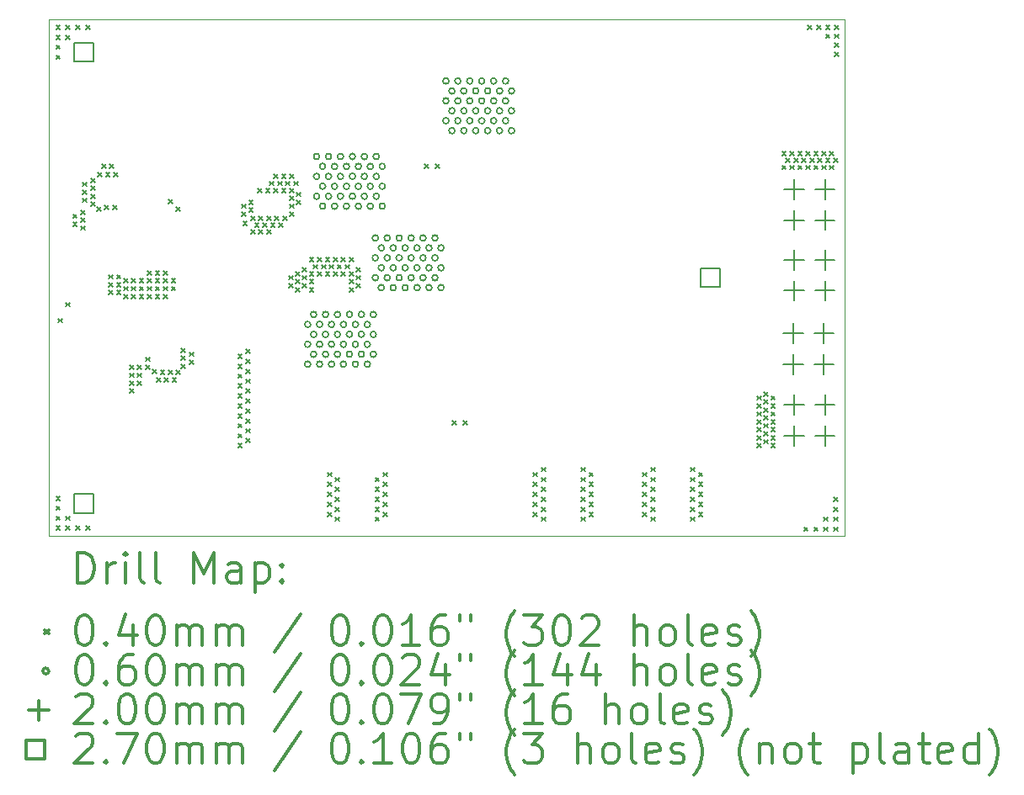
<source format=gbr>
%FSLAX45Y45*%
G04 Gerber Fmt 4.5, Leading zero omitted, Abs format (unit mm)*
G04 Created by KiCad (PCBNEW (5.1.4)-1) date 2019-10-29 10:47:53*
%MOMM*%
%LPD*%
G04 APERTURE LIST*
%ADD10C,0.050000*%
%ADD11C,0.200000*%
%ADD12C,0.300000*%
G04 APERTURE END LIST*
D10*
X21000000Y-14600000D02*
X21000000Y-9400000D01*
X20000000Y-14600000D02*
X21000000Y-14600000D01*
X13000000Y-14600000D02*
X20000000Y-14600000D01*
X13000000Y-9400000D02*
X13000000Y-14600000D01*
X21000000Y-9400000D02*
X13000000Y-9400000D01*
D11*
X13070000Y-9460000D02*
X13110000Y-9500000D01*
X13110000Y-9460000D02*
X13070000Y-9500000D01*
X13070000Y-9560000D02*
X13110000Y-9600000D01*
X13110000Y-9560000D02*
X13070000Y-9600000D01*
X13070000Y-9660000D02*
X13110000Y-9700000D01*
X13110000Y-9660000D02*
X13070000Y-9700000D01*
X13070000Y-9760000D02*
X13110000Y-9800000D01*
X13110000Y-9760000D02*
X13070000Y-9800000D01*
X13070000Y-14200000D02*
X13110000Y-14240000D01*
X13110000Y-14200000D02*
X13070000Y-14240000D01*
X13070000Y-14300000D02*
X13110000Y-14340000D01*
X13110000Y-14300000D02*
X13070000Y-14340000D01*
X13070000Y-14400000D02*
X13110000Y-14440000D01*
X13110000Y-14400000D02*
X13070000Y-14440000D01*
X13070000Y-14500000D02*
X13110000Y-14540000D01*
X13110000Y-14500000D02*
X13070000Y-14540000D01*
X13094999Y-12410921D02*
X13134999Y-12450921D01*
X13134999Y-12410921D02*
X13094999Y-12450921D01*
X13170000Y-9460000D02*
X13210000Y-9500000D01*
X13210000Y-9460000D02*
X13170000Y-9500000D01*
X13170000Y-9560000D02*
X13210000Y-9600000D01*
X13210000Y-9560000D02*
X13170000Y-9600000D01*
X13170000Y-12250000D02*
X13210000Y-12290000D01*
X13210000Y-12250000D02*
X13170000Y-12290000D01*
X13170000Y-14400000D02*
X13210000Y-14440000D01*
X13210000Y-14400000D02*
X13170000Y-14440000D01*
X13170000Y-14500000D02*
X13210000Y-14540000D01*
X13210000Y-14500000D02*
X13170000Y-14540000D01*
X13240000Y-11360000D02*
X13280000Y-11400000D01*
X13280000Y-11360000D02*
X13240000Y-11400000D01*
X13240000Y-11440000D02*
X13280000Y-11480000D01*
X13280000Y-11440000D02*
X13240000Y-11480000D01*
X13270000Y-9460000D02*
X13310000Y-9500000D01*
X13310000Y-9460000D02*
X13270000Y-9500000D01*
X13270000Y-14500000D02*
X13310000Y-14540000D01*
X13310000Y-14500000D02*
X13270000Y-14540000D01*
X13320000Y-11320000D02*
X13360000Y-11360000D01*
X13360000Y-11320000D02*
X13320000Y-11360000D01*
X13320000Y-11400000D02*
X13360000Y-11440000D01*
X13360000Y-11400000D02*
X13320000Y-11440000D01*
X13320000Y-11480000D02*
X13360000Y-11520000D01*
X13360000Y-11480000D02*
X13320000Y-11520000D01*
X13340000Y-11040000D02*
X13380000Y-11080000D01*
X13380000Y-11040000D02*
X13340000Y-11080000D01*
X13340000Y-11120000D02*
X13380000Y-11160000D01*
X13380000Y-11120000D02*
X13340000Y-11160000D01*
X13340000Y-11200000D02*
X13380000Y-11240000D01*
X13380000Y-11200000D02*
X13340000Y-11240000D01*
X13370000Y-9460000D02*
X13410000Y-9500000D01*
X13410000Y-9460000D02*
X13370000Y-9500000D01*
X13370000Y-14500000D02*
X13410000Y-14540000D01*
X13410000Y-14500000D02*
X13370000Y-14540000D01*
X13420000Y-11000000D02*
X13460000Y-11040000D01*
X13460000Y-11000000D02*
X13420000Y-11040000D01*
X13420000Y-11080000D02*
X13460000Y-11120000D01*
X13460000Y-11080000D02*
X13420000Y-11120000D01*
X13420000Y-11160000D02*
X13460000Y-11200000D01*
X13460000Y-11160000D02*
X13420000Y-11200000D01*
X13420000Y-11240000D02*
X13460000Y-11280000D01*
X13460000Y-11240000D02*
X13420000Y-11280000D01*
X13480000Y-11290000D02*
X13520000Y-11330000D01*
X13520000Y-11290000D02*
X13480000Y-11330000D01*
X13490000Y-10940000D02*
X13530000Y-10980000D01*
X13530000Y-10940000D02*
X13490000Y-10980000D01*
X13530000Y-10860000D02*
X13570000Y-10900000D01*
X13570000Y-10860000D02*
X13530000Y-10900000D01*
X13560000Y-11270000D02*
X13600000Y-11310000D01*
X13600000Y-11270000D02*
X13560000Y-11310000D01*
X13570000Y-10940000D02*
X13610000Y-10980000D01*
X13610000Y-10940000D02*
X13570000Y-10980000D01*
X13600000Y-11970000D02*
X13640000Y-12010000D01*
X13640000Y-11970000D02*
X13600000Y-12010000D01*
X13600000Y-12050000D02*
X13640000Y-12090000D01*
X13640000Y-12050000D02*
X13600000Y-12090000D01*
X13600000Y-12130000D02*
X13640000Y-12170000D01*
X13640000Y-12130000D02*
X13600000Y-12170000D01*
X13610000Y-10860000D02*
X13650000Y-10900000D01*
X13650000Y-10860000D02*
X13610000Y-10900000D01*
X13640000Y-11270000D02*
X13680000Y-11310000D01*
X13680000Y-11270000D02*
X13640000Y-11310000D01*
X13650000Y-10940000D02*
X13690000Y-10980000D01*
X13690000Y-10940000D02*
X13650000Y-10980000D01*
X13680000Y-11970000D02*
X13720000Y-12010000D01*
X13720000Y-11970000D02*
X13680000Y-12010000D01*
X13680000Y-12050000D02*
X13720000Y-12090000D01*
X13720000Y-12050000D02*
X13680000Y-12090000D01*
X13680000Y-12130000D02*
X13720000Y-12170000D01*
X13720000Y-12130000D02*
X13680000Y-12170000D01*
X13750000Y-12010000D02*
X13790000Y-12050000D01*
X13790000Y-12010000D02*
X13750000Y-12050000D01*
X13750000Y-12090000D02*
X13790000Y-12130000D01*
X13790000Y-12090000D02*
X13750000Y-12130000D01*
X13750000Y-12170000D02*
X13790000Y-12210000D01*
X13790000Y-12170000D02*
X13750000Y-12210000D01*
X13810000Y-12880000D02*
X13850000Y-12920000D01*
X13850000Y-12880000D02*
X13810000Y-12920000D01*
X13810000Y-12960000D02*
X13850000Y-13000000D01*
X13850000Y-12960000D02*
X13810000Y-13000000D01*
X13810000Y-13040000D02*
X13850000Y-13080000D01*
X13850000Y-13040000D02*
X13810000Y-13080000D01*
X13810000Y-13120000D02*
X13850000Y-13160000D01*
X13850000Y-13120000D02*
X13810000Y-13160000D01*
X13830000Y-12010000D02*
X13870000Y-12050000D01*
X13870000Y-12010000D02*
X13830000Y-12050000D01*
X13830000Y-12090000D02*
X13870000Y-12130000D01*
X13870000Y-12090000D02*
X13830000Y-12130000D01*
X13830000Y-12170000D02*
X13870000Y-12210000D01*
X13870000Y-12170000D02*
X13830000Y-12210000D01*
X13890000Y-12880000D02*
X13930000Y-12920000D01*
X13930000Y-12880000D02*
X13890000Y-12920000D01*
X13890000Y-12960000D02*
X13930000Y-13000000D01*
X13930000Y-12960000D02*
X13890000Y-13000000D01*
X13890000Y-13040000D02*
X13930000Y-13080000D01*
X13930000Y-13040000D02*
X13890000Y-13080000D01*
X13910000Y-12010000D02*
X13950000Y-12050000D01*
X13950000Y-12010000D02*
X13910000Y-12050000D01*
X13910000Y-12090000D02*
X13950000Y-12130000D01*
X13950000Y-12090000D02*
X13910000Y-12130000D01*
X13910000Y-12170000D02*
X13950000Y-12210000D01*
X13950000Y-12170000D02*
X13910000Y-12210000D01*
X13970000Y-12800000D02*
X14010000Y-12840000D01*
X14010000Y-12800000D02*
X13970000Y-12840000D01*
X13970000Y-12880000D02*
X14010000Y-12920000D01*
X14010000Y-12880000D02*
X13970000Y-12920000D01*
X13990000Y-11930000D02*
X14030000Y-11970000D01*
X14030000Y-11930000D02*
X13990000Y-11970000D01*
X13990000Y-12010000D02*
X14030000Y-12050000D01*
X14030000Y-12010000D02*
X13990000Y-12050000D01*
X13990000Y-12090000D02*
X14030000Y-12130000D01*
X14030000Y-12090000D02*
X13990000Y-12130000D01*
X13990000Y-12170000D02*
X14030000Y-12210000D01*
X14030000Y-12170000D02*
X13990000Y-12210000D01*
X14040000Y-12920000D02*
X14080000Y-12960000D01*
X14080000Y-12920000D02*
X14040000Y-12960000D01*
X14070000Y-11930000D02*
X14110000Y-11970000D01*
X14110000Y-11930000D02*
X14070000Y-11970000D01*
X14070000Y-12010000D02*
X14110000Y-12050000D01*
X14110000Y-12010000D02*
X14070000Y-12050000D01*
X14070000Y-12090000D02*
X14110000Y-12130000D01*
X14110000Y-12090000D02*
X14070000Y-12130000D01*
X14070000Y-12170000D02*
X14110000Y-12210000D01*
X14110000Y-12170000D02*
X14070000Y-12210000D01*
X14080000Y-13010000D02*
X14120000Y-13050000D01*
X14120000Y-13010000D02*
X14080000Y-13050000D01*
X14120000Y-12930000D02*
X14160000Y-12970000D01*
X14160000Y-12930000D02*
X14120000Y-12970000D01*
X14150000Y-11930000D02*
X14190000Y-11970000D01*
X14190000Y-11930000D02*
X14150000Y-11970000D01*
X14150000Y-12010000D02*
X14190000Y-12050000D01*
X14190000Y-12010000D02*
X14150000Y-12050000D01*
X14150000Y-12090000D02*
X14190000Y-12130000D01*
X14190000Y-12090000D02*
X14150000Y-12130000D01*
X14150000Y-12170000D02*
X14190000Y-12210000D01*
X14190000Y-12170000D02*
X14150000Y-12210000D01*
X14160000Y-13010000D02*
X14200000Y-13050000D01*
X14200000Y-13010000D02*
X14160000Y-13050000D01*
X14200000Y-12930000D02*
X14240000Y-12970000D01*
X14240000Y-12930000D02*
X14200000Y-12970000D01*
X14202877Y-11212877D02*
X14242877Y-11252877D01*
X14242877Y-11212877D02*
X14202877Y-11252877D01*
X14230000Y-12010000D02*
X14270000Y-12050000D01*
X14270000Y-12010000D02*
X14230000Y-12050000D01*
X14230000Y-12090000D02*
X14270000Y-12130000D01*
X14270000Y-12090000D02*
X14230000Y-12130000D01*
X14240000Y-13010000D02*
X14280000Y-13050000D01*
X14280000Y-13010000D02*
X14240000Y-13050000D01*
X14277123Y-11287123D02*
X14317123Y-11327123D01*
X14317123Y-11287123D02*
X14277123Y-11327123D01*
X14280000Y-12930000D02*
X14320000Y-12970000D01*
X14320000Y-12930000D02*
X14280000Y-12970000D01*
X14330000Y-12710000D02*
X14370000Y-12750000D01*
X14370000Y-12710000D02*
X14330000Y-12750000D01*
X14330000Y-12790000D02*
X14370000Y-12830000D01*
X14370000Y-12790000D02*
X14330000Y-12830000D01*
X14330000Y-12870000D02*
X14370000Y-12910000D01*
X14370000Y-12870000D02*
X14330000Y-12910000D01*
X14410000Y-12750000D02*
X14450000Y-12790000D01*
X14450000Y-12750000D02*
X14410000Y-12790000D01*
X14410000Y-12830000D02*
X14450000Y-12870000D01*
X14450000Y-12830000D02*
X14410000Y-12870000D01*
X14900000Y-12770000D02*
X14940000Y-12810000D01*
X14940000Y-12770000D02*
X14900000Y-12810000D01*
X14900000Y-12870000D02*
X14940000Y-12910000D01*
X14940000Y-12870000D02*
X14900000Y-12910000D01*
X14900000Y-12970000D02*
X14940000Y-13010000D01*
X14940000Y-12970000D02*
X14900000Y-13010000D01*
X14900000Y-13070000D02*
X14940000Y-13110000D01*
X14940000Y-13070000D02*
X14900000Y-13110000D01*
X14900000Y-13170000D02*
X14940000Y-13210000D01*
X14940000Y-13170000D02*
X14900000Y-13210000D01*
X14900000Y-13270000D02*
X14940000Y-13310000D01*
X14940000Y-13270000D02*
X14900000Y-13310000D01*
X14900000Y-13370000D02*
X14940000Y-13410000D01*
X14940000Y-13370000D02*
X14900000Y-13410000D01*
X14900000Y-13470000D02*
X14940000Y-13510000D01*
X14940000Y-13470000D02*
X14900000Y-13510000D01*
X14900000Y-13570000D02*
X14940000Y-13610000D01*
X14940000Y-13570000D02*
X14900000Y-13610000D01*
X14900000Y-13670000D02*
X14940000Y-13710000D01*
X14940000Y-13670000D02*
X14900000Y-13710000D01*
X14940000Y-11260000D02*
X14980000Y-11300000D01*
X14980000Y-11260000D02*
X14940000Y-11300000D01*
X14940000Y-11340000D02*
X14980000Y-11380000D01*
X14980000Y-11340000D02*
X14940000Y-11380000D01*
X14950000Y-11430000D02*
X14990000Y-11470000D01*
X14990000Y-11430000D02*
X14950000Y-11470000D01*
X14980000Y-12720000D02*
X15020000Y-12760000D01*
X15020000Y-12720000D02*
X14980000Y-12760000D01*
X14980000Y-12820000D02*
X15020000Y-12860000D01*
X15020000Y-12820000D02*
X14980000Y-12860000D01*
X14980000Y-12920000D02*
X15020000Y-12960000D01*
X15020000Y-12920000D02*
X14980000Y-12960000D01*
X14980000Y-13020000D02*
X15020000Y-13060000D01*
X15020000Y-13020000D02*
X14980000Y-13060000D01*
X14980000Y-13120000D02*
X15020000Y-13160000D01*
X15020000Y-13120000D02*
X14980000Y-13160000D01*
X14980000Y-13220000D02*
X15020000Y-13260000D01*
X15020000Y-13220000D02*
X14980000Y-13260000D01*
X14980000Y-13320000D02*
X15020000Y-13360000D01*
X15020000Y-13320000D02*
X14980000Y-13360000D01*
X14980000Y-13420000D02*
X15020000Y-13460000D01*
X15020000Y-13420000D02*
X14980000Y-13460000D01*
X14980000Y-13520000D02*
X15020000Y-13560000D01*
X15020000Y-13520000D02*
X14980000Y-13560000D01*
X14980000Y-13620000D02*
X15020000Y-13660000D01*
X15020000Y-13620000D02*
X14980000Y-13660000D01*
X15010000Y-11220000D02*
X15050000Y-11260000D01*
X15050000Y-11220000D02*
X15010000Y-11260000D01*
X15010000Y-11300000D02*
X15050000Y-11340000D01*
X15050000Y-11300000D02*
X15010000Y-11340000D01*
X15030000Y-11380000D02*
X15070000Y-11420000D01*
X15070000Y-11380000D02*
X15030000Y-11420000D01*
X15030000Y-11520000D02*
X15070000Y-11560000D01*
X15070000Y-11520000D02*
X15030000Y-11560000D01*
X15070000Y-11450000D02*
X15110000Y-11490000D01*
X15110000Y-11450000D02*
X15070000Y-11490000D01*
X15100000Y-11100000D02*
X15140000Y-11140000D01*
X15140000Y-11100000D02*
X15100000Y-11140000D01*
X15110000Y-11380000D02*
X15150000Y-11420000D01*
X15150000Y-11380000D02*
X15110000Y-11420000D01*
X15110000Y-11520000D02*
X15150000Y-11560000D01*
X15150000Y-11520000D02*
X15110000Y-11560000D01*
X15150000Y-11450000D02*
X15190000Y-11490000D01*
X15190000Y-11450000D02*
X15150000Y-11490000D01*
X15180000Y-11100000D02*
X15220000Y-11140000D01*
X15220000Y-11100000D02*
X15180000Y-11140000D01*
X15190000Y-11380000D02*
X15230000Y-11420000D01*
X15230000Y-11380000D02*
X15190000Y-11420000D01*
X15190000Y-11520000D02*
X15230000Y-11560000D01*
X15230000Y-11520000D02*
X15190000Y-11560000D01*
X15220000Y-11030000D02*
X15260000Y-11070000D01*
X15260000Y-11030000D02*
X15220000Y-11070000D01*
X15230000Y-11450000D02*
X15270000Y-11490000D01*
X15270000Y-11450000D02*
X15230000Y-11490000D01*
X15260000Y-10960000D02*
X15300000Y-11000000D01*
X15300000Y-10960000D02*
X15260000Y-11000000D01*
X15260000Y-11100000D02*
X15300000Y-11140000D01*
X15300000Y-11100000D02*
X15260000Y-11140000D01*
X15270000Y-11380000D02*
X15310000Y-11420000D01*
X15310000Y-11380000D02*
X15270000Y-11420000D01*
X15300000Y-11030000D02*
X15340000Y-11070000D01*
X15340000Y-11030000D02*
X15300000Y-11070000D01*
X15310000Y-11450000D02*
X15350000Y-11490000D01*
X15350000Y-11450000D02*
X15310000Y-11490000D01*
X15340000Y-10960000D02*
X15380000Y-11000000D01*
X15380000Y-10960000D02*
X15340000Y-11000000D01*
X15340000Y-11100000D02*
X15380000Y-11140000D01*
X15380000Y-11100000D02*
X15340000Y-11140000D01*
X15350000Y-11380000D02*
X15390000Y-11420000D01*
X15390000Y-11380000D02*
X15350000Y-11420000D01*
X15380000Y-11030000D02*
X15420000Y-11070000D01*
X15420000Y-11030000D02*
X15380000Y-11070000D01*
X15410000Y-11980000D02*
X15450000Y-12020000D01*
X15450000Y-11980000D02*
X15410000Y-12020000D01*
X15410000Y-12060000D02*
X15450000Y-12100000D01*
X15450000Y-12060000D02*
X15410000Y-12100000D01*
X15420000Y-10960000D02*
X15460000Y-11000000D01*
X15460000Y-10960000D02*
X15420000Y-11000000D01*
X15420000Y-11100000D02*
X15460000Y-11140000D01*
X15460000Y-11100000D02*
X15420000Y-11140000D01*
X15420000Y-11180000D02*
X15460000Y-11220000D01*
X15460000Y-11180000D02*
X15420000Y-11220000D01*
X15420000Y-11260000D02*
X15460000Y-11300000D01*
X15460000Y-11260000D02*
X15420000Y-11300000D01*
X15420000Y-11340000D02*
X15460000Y-11380000D01*
X15460000Y-11340000D02*
X15420000Y-11380000D01*
X15460000Y-11030000D02*
X15500000Y-11070000D01*
X15500000Y-11030000D02*
X15460000Y-11070000D01*
X15480000Y-11940000D02*
X15520000Y-11980000D01*
X15520000Y-11940000D02*
X15480000Y-11980000D01*
X15480000Y-12020000D02*
X15520000Y-12060000D01*
X15520000Y-12020000D02*
X15480000Y-12060000D01*
X15480000Y-12100000D02*
X15520000Y-12140000D01*
X15520000Y-12100000D02*
X15480000Y-12140000D01*
X15490000Y-11140000D02*
X15530000Y-11180000D01*
X15530000Y-11140000D02*
X15490000Y-11180000D01*
X15490000Y-11220000D02*
X15530000Y-11260000D01*
X15530000Y-11220000D02*
X15490000Y-11260000D01*
X15550000Y-11900000D02*
X15590000Y-11940000D01*
X15590000Y-11900000D02*
X15550000Y-11940000D01*
X15550000Y-11980000D02*
X15590000Y-12020000D01*
X15590000Y-11980000D02*
X15550000Y-12020000D01*
X15550000Y-12060000D02*
X15590000Y-12100000D01*
X15590000Y-12060000D02*
X15550000Y-12100000D01*
X15620000Y-11800000D02*
X15660000Y-11840000D01*
X15660000Y-11800000D02*
X15620000Y-11840000D01*
X15620000Y-11940000D02*
X15660000Y-11980000D01*
X15660000Y-11940000D02*
X15620000Y-11980000D01*
X15620000Y-12020000D02*
X15660000Y-12060000D01*
X15660000Y-12020000D02*
X15620000Y-12060000D01*
X15620000Y-12100000D02*
X15660000Y-12140000D01*
X15660000Y-12100000D02*
X15620000Y-12140000D01*
X15660000Y-11870000D02*
X15700000Y-11910000D01*
X15700000Y-11870000D02*
X15660000Y-11910000D01*
X15700000Y-11800000D02*
X15740000Y-11840000D01*
X15740000Y-11800000D02*
X15700000Y-11840000D01*
X15700000Y-11940000D02*
X15740000Y-11980000D01*
X15740000Y-11940000D02*
X15700000Y-11980000D01*
X15740000Y-11870000D02*
X15780000Y-11910000D01*
X15780000Y-11870000D02*
X15740000Y-11910000D01*
X15780000Y-11800000D02*
X15820000Y-11840000D01*
X15820000Y-11800000D02*
X15780000Y-11840000D01*
X15780000Y-11940000D02*
X15820000Y-11980000D01*
X15820000Y-11940000D02*
X15780000Y-11980000D01*
X15800000Y-13960000D02*
X15840000Y-14000000D01*
X15840000Y-13960000D02*
X15800000Y-14000000D01*
X15800000Y-14060000D02*
X15840000Y-14100000D01*
X15840000Y-14060000D02*
X15800000Y-14100000D01*
X15800000Y-14160000D02*
X15840000Y-14200000D01*
X15840000Y-14160000D02*
X15800000Y-14200000D01*
X15800000Y-14260000D02*
X15840000Y-14300000D01*
X15840000Y-14260000D02*
X15800000Y-14300000D01*
X15800000Y-14360000D02*
X15840000Y-14400000D01*
X15840000Y-14360000D02*
X15800000Y-14400000D01*
X15820000Y-11870000D02*
X15860000Y-11910000D01*
X15860000Y-11870000D02*
X15820000Y-11910000D01*
X15860000Y-11800000D02*
X15900000Y-11840000D01*
X15900000Y-11800000D02*
X15860000Y-11840000D01*
X15860000Y-11940000D02*
X15900000Y-11980000D01*
X15900000Y-11940000D02*
X15860000Y-11980000D01*
X15880000Y-14010000D02*
X15920000Y-14050000D01*
X15920000Y-14010000D02*
X15880000Y-14050000D01*
X15880000Y-14110000D02*
X15920000Y-14150000D01*
X15920000Y-14110000D02*
X15880000Y-14150000D01*
X15880000Y-14210000D02*
X15920000Y-14250000D01*
X15920000Y-14210000D02*
X15880000Y-14250000D01*
X15880000Y-14310000D02*
X15920000Y-14350000D01*
X15920000Y-14310000D02*
X15880000Y-14350000D01*
X15880000Y-14410000D02*
X15920000Y-14450000D01*
X15920000Y-14410000D02*
X15880000Y-14450000D01*
X15900000Y-11870000D02*
X15940000Y-11910000D01*
X15940000Y-11870000D02*
X15900000Y-11910000D01*
X15940000Y-11800000D02*
X15980000Y-11840000D01*
X15980000Y-11800000D02*
X15940000Y-11840000D01*
X15940000Y-11940000D02*
X15980000Y-11980000D01*
X15980000Y-11940000D02*
X15940000Y-11980000D01*
X15980000Y-11870000D02*
X16020000Y-11910000D01*
X16020000Y-11870000D02*
X15980000Y-11910000D01*
X16020000Y-11800000D02*
X16060000Y-11840000D01*
X16060000Y-11800000D02*
X16020000Y-11840000D01*
X16020000Y-11940000D02*
X16060000Y-11980000D01*
X16060000Y-11940000D02*
X16020000Y-11980000D01*
X16020000Y-12020000D02*
X16060000Y-12060000D01*
X16060000Y-12020000D02*
X16020000Y-12060000D01*
X16020000Y-12100000D02*
X16060000Y-12140000D01*
X16060000Y-12100000D02*
X16020000Y-12140000D01*
X16090000Y-11900000D02*
X16130000Y-11940000D01*
X16130000Y-11900000D02*
X16090000Y-11940000D01*
X16090000Y-11980000D02*
X16130000Y-12020000D01*
X16130000Y-11980000D02*
X16090000Y-12020000D01*
X16090000Y-12060000D02*
X16130000Y-12100000D01*
X16130000Y-12060000D02*
X16090000Y-12100000D01*
X16280000Y-14010000D02*
X16320000Y-14050000D01*
X16320000Y-14010000D02*
X16280000Y-14050000D01*
X16280000Y-14110000D02*
X16320000Y-14150000D01*
X16320000Y-14110000D02*
X16280000Y-14150000D01*
X16280000Y-14210000D02*
X16320000Y-14250000D01*
X16320000Y-14210000D02*
X16280000Y-14250000D01*
X16280000Y-14310000D02*
X16320000Y-14350000D01*
X16320000Y-14310000D02*
X16280000Y-14350000D01*
X16280000Y-14410000D02*
X16320000Y-14450000D01*
X16320000Y-14410000D02*
X16280000Y-14450000D01*
X16360000Y-13960000D02*
X16400000Y-14000000D01*
X16400000Y-13960000D02*
X16360000Y-14000000D01*
X16360000Y-14060000D02*
X16400000Y-14100000D01*
X16400000Y-14060000D02*
X16360000Y-14100000D01*
X16360000Y-14160000D02*
X16400000Y-14200000D01*
X16400000Y-14160000D02*
X16360000Y-14200000D01*
X16360000Y-14260000D02*
X16400000Y-14300000D01*
X16400000Y-14260000D02*
X16360000Y-14300000D01*
X16360000Y-14360000D02*
X16400000Y-14400000D01*
X16400000Y-14360000D02*
X16360000Y-14400000D01*
X16777500Y-10860000D02*
X16817500Y-10900000D01*
X16817500Y-10860000D02*
X16777500Y-10900000D01*
X16882500Y-10860000D02*
X16922500Y-10900000D01*
X16922500Y-10860000D02*
X16882500Y-10900000D01*
X17057500Y-13440000D02*
X17097500Y-13480000D01*
X17097500Y-13440000D02*
X17057500Y-13480000D01*
X17162500Y-13440000D02*
X17202500Y-13480000D01*
X17202500Y-13440000D02*
X17162500Y-13480000D01*
X17870000Y-13960000D02*
X17910000Y-14000000D01*
X17910000Y-13960000D02*
X17870000Y-14000000D01*
X17870000Y-14060000D02*
X17910000Y-14100000D01*
X17910000Y-14060000D02*
X17870000Y-14100000D01*
X17870000Y-14160000D02*
X17910000Y-14200000D01*
X17910000Y-14160000D02*
X17870000Y-14200000D01*
X17870000Y-14260000D02*
X17910000Y-14300000D01*
X17910000Y-14260000D02*
X17870000Y-14300000D01*
X17870000Y-14360000D02*
X17910000Y-14400000D01*
X17910000Y-14360000D02*
X17870000Y-14400000D01*
X17950000Y-13910000D02*
X17990000Y-13950000D01*
X17990000Y-13910000D02*
X17950000Y-13950000D01*
X17950000Y-14010000D02*
X17990000Y-14050000D01*
X17990000Y-14010000D02*
X17950000Y-14050000D01*
X17950000Y-14110000D02*
X17990000Y-14150000D01*
X17990000Y-14110000D02*
X17950000Y-14150000D01*
X17950000Y-14210000D02*
X17990000Y-14250000D01*
X17990000Y-14210000D02*
X17950000Y-14250000D01*
X17950000Y-14310000D02*
X17990000Y-14350000D01*
X17990000Y-14310000D02*
X17950000Y-14350000D01*
X17950000Y-14410000D02*
X17990000Y-14450000D01*
X17990000Y-14410000D02*
X17950000Y-14450000D01*
X18350000Y-13910000D02*
X18390000Y-13950000D01*
X18390000Y-13910000D02*
X18350000Y-13950000D01*
X18350000Y-14010000D02*
X18390000Y-14050000D01*
X18390000Y-14010000D02*
X18350000Y-14050000D01*
X18350000Y-14110000D02*
X18390000Y-14150000D01*
X18390000Y-14110000D02*
X18350000Y-14150000D01*
X18350000Y-14210000D02*
X18390000Y-14250000D01*
X18390000Y-14210000D02*
X18350000Y-14250000D01*
X18350000Y-14310000D02*
X18390000Y-14350000D01*
X18390000Y-14310000D02*
X18350000Y-14350000D01*
X18350000Y-14410000D02*
X18390000Y-14450000D01*
X18390000Y-14410000D02*
X18350000Y-14450000D01*
X18430000Y-13960000D02*
X18470000Y-14000000D01*
X18470000Y-13960000D02*
X18430000Y-14000000D01*
X18430000Y-14060000D02*
X18470000Y-14100000D01*
X18470000Y-14060000D02*
X18430000Y-14100000D01*
X18430000Y-14160000D02*
X18470000Y-14200000D01*
X18470000Y-14160000D02*
X18430000Y-14200000D01*
X18430000Y-14260000D02*
X18470000Y-14300000D01*
X18470000Y-14260000D02*
X18430000Y-14300000D01*
X18430000Y-14360000D02*
X18470000Y-14400000D01*
X18470000Y-14360000D02*
X18430000Y-14400000D01*
X18970000Y-13960000D02*
X19010000Y-14000000D01*
X19010000Y-13960000D02*
X18970000Y-14000000D01*
X18970000Y-14060000D02*
X19010000Y-14100000D01*
X19010000Y-14060000D02*
X18970000Y-14100000D01*
X18970000Y-14160000D02*
X19010000Y-14200000D01*
X19010000Y-14160000D02*
X18970000Y-14200000D01*
X18970000Y-14260000D02*
X19010000Y-14300000D01*
X19010000Y-14260000D02*
X18970000Y-14300000D01*
X18970000Y-14360000D02*
X19010000Y-14400000D01*
X19010000Y-14360000D02*
X18970000Y-14400000D01*
X19050000Y-13910000D02*
X19090000Y-13950000D01*
X19090000Y-13910000D02*
X19050000Y-13950000D01*
X19050000Y-14010000D02*
X19090000Y-14050000D01*
X19090000Y-14010000D02*
X19050000Y-14050000D01*
X19050000Y-14110000D02*
X19090000Y-14150000D01*
X19090000Y-14110000D02*
X19050000Y-14150000D01*
X19050000Y-14210000D02*
X19090000Y-14250000D01*
X19090000Y-14210000D02*
X19050000Y-14250000D01*
X19050000Y-14310000D02*
X19090000Y-14350000D01*
X19090000Y-14310000D02*
X19050000Y-14350000D01*
X19050000Y-14410000D02*
X19090000Y-14450000D01*
X19090000Y-14410000D02*
X19050000Y-14450000D01*
X19450000Y-13910000D02*
X19490000Y-13950000D01*
X19490000Y-13910000D02*
X19450000Y-13950000D01*
X19450000Y-14010000D02*
X19490000Y-14050000D01*
X19490000Y-14010000D02*
X19450000Y-14050000D01*
X19450000Y-14110000D02*
X19490000Y-14150000D01*
X19490000Y-14110000D02*
X19450000Y-14150000D01*
X19450000Y-14210000D02*
X19490000Y-14250000D01*
X19490000Y-14210000D02*
X19450000Y-14250000D01*
X19450000Y-14310000D02*
X19490000Y-14350000D01*
X19490000Y-14310000D02*
X19450000Y-14350000D01*
X19450000Y-14410000D02*
X19490000Y-14450000D01*
X19490000Y-14410000D02*
X19450000Y-14450000D01*
X19530000Y-13960000D02*
X19570000Y-14000000D01*
X19570000Y-13960000D02*
X19530000Y-14000000D01*
X19530000Y-14060000D02*
X19570000Y-14100000D01*
X19570000Y-14060000D02*
X19530000Y-14100000D01*
X19530000Y-14160000D02*
X19570000Y-14200000D01*
X19570000Y-14160000D02*
X19530000Y-14200000D01*
X19530000Y-14260000D02*
X19570000Y-14300000D01*
X19570000Y-14260000D02*
X19530000Y-14300000D01*
X19530000Y-14360000D02*
X19570000Y-14400000D01*
X19570000Y-14360000D02*
X19530000Y-14400000D01*
X20120000Y-13190000D02*
X20160000Y-13230000D01*
X20160000Y-13190000D02*
X20120000Y-13230000D01*
X20120000Y-13270000D02*
X20160000Y-13310000D01*
X20160000Y-13270000D02*
X20120000Y-13310000D01*
X20120000Y-13350000D02*
X20160000Y-13390000D01*
X20160000Y-13350000D02*
X20120000Y-13390000D01*
X20120000Y-13430000D02*
X20160000Y-13470000D01*
X20160000Y-13430000D02*
X20120000Y-13470000D01*
X20120000Y-13510000D02*
X20160000Y-13550000D01*
X20160000Y-13510000D02*
X20120000Y-13550000D01*
X20120000Y-13590000D02*
X20160000Y-13630000D01*
X20160000Y-13590000D02*
X20120000Y-13630000D01*
X20120000Y-13670000D02*
X20160000Y-13710000D01*
X20160000Y-13670000D02*
X20120000Y-13710000D01*
X20190000Y-13150000D02*
X20230000Y-13190000D01*
X20230000Y-13150000D02*
X20190000Y-13190000D01*
X20190000Y-13230000D02*
X20230000Y-13270000D01*
X20230000Y-13230000D02*
X20190000Y-13270000D01*
X20190000Y-13310000D02*
X20230000Y-13350000D01*
X20230000Y-13310000D02*
X20190000Y-13350000D01*
X20190000Y-13390000D02*
X20230000Y-13430000D01*
X20230000Y-13390000D02*
X20190000Y-13430000D01*
X20190000Y-13470000D02*
X20230000Y-13510000D01*
X20230000Y-13470000D02*
X20190000Y-13510000D01*
X20190000Y-13550000D02*
X20230000Y-13590000D01*
X20230000Y-13550000D02*
X20190000Y-13590000D01*
X20190000Y-13630000D02*
X20230000Y-13670000D01*
X20230000Y-13630000D02*
X20190000Y-13670000D01*
X20260000Y-13190000D02*
X20300000Y-13230000D01*
X20300000Y-13190000D02*
X20260000Y-13230000D01*
X20260000Y-13270000D02*
X20300000Y-13310000D01*
X20300000Y-13270000D02*
X20260000Y-13310000D01*
X20260000Y-13350000D02*
X20300000Y-13390000D01*
X20300000Y-13350000D02*
X20260000Y-13390000D01*
X20260000Y-13430000D02*
X20300000Y-13470000D01*
X20300000Y-13430000D02*
X20260000Y-13470000D01*
X20260000Y-13510000D02*
X20300000Y-13550000D01*
X20300000Y-13510000D02*
X20260000Y-13550000D01*
X20260000Y-13590000D02*
X20300000Y-13630000D01*
X20300000Y-13590000D02*
X20260000Y-13630000D01*
X20260000Y-13670000D02*
X20300000Y-13710000D01*
X20300000Y-13670000D02*
X20260000Y-13710000D01*
X20370000Y-10730000D02*
X20410000Y-10770000D01*
X20410000Y-10730000D02*
X20370000Y-10770000D01*
X20370000Y-10870000D02*
X20410000Y-10910000D01*
X20410000Y-10870000D02*
X20370000Y-10910000D01*
X20410000Y-10800000D02*
X20450000Y-10840000D01*
X20450000Y-10800000D02*
X20410000Y-10840000D01*
X20450000Y-10730000D02*
X20490000Y-10770000D01*
X20490000Y-10730000D02*
X20450000Y-10770000D01*
X20450000Y-10870000D02*
X20490000Y-10910000D01*
X20490000Y-10870000D02*
X20450000Y-10910000D01*
X20490000Y-10800000D02*
X20530000Y-10840000D01*
X20530000Y-10800000D02*
X20490000Y-10840000D01*
X20530000Y-10730000D02*
X20570000Y-10770000D01*
X20570000Y-10730000D02*
X20530000Y-10770000D01*
X20530000Y-10870000D02*
X20570000Y-10910000D01*
X20570000Y-10870000D02*
X20530000Y-10910000D01*
X20570000Y-10800000D02*
X20610000Y-10840000D01*
X20610000Y-10800000D02*
X20570000Y-10840000D01*
X20590000Y-14510000D02*
X20630000Y-14550000D01*
X20630000Y-14510000D02*
X20590000Y-14550000D01*
X20610000Y-10730000D02*
X20650000Y-10770000D01*
X20650000Y-10730000D02*
X20610000Y-10770000D01*
X20610000Y-10870000D02*
X20650000Y-10910000D01*
X20650000Y-10870000D02*
X20610000Y-10910000D01*
X20630000Y-9460000D02*
X20670000Y-9500000D01*
X20670000Y-9460000D02*
X20630000Y-9500000D01*
X20650000Y-10800000D02*
X20690000Y-10840000D01*
X20690000Y-10800000D02*
X20650000Y-10840000D01*
X20690000Y-10730000D02*
X20730000Y-10770000D01*
X20730000Y-10730000D02*
X20690000Y-10770000D01*
X20690000Y-10870000D02*
X20730000Y-10910000D01*
X20730000Y-10870000D02*
X20690000Y-10910000D01*
X20690000Y-14510000D02*
X20730000Y-14550000D01*
X20730000Y-14510000D02*
X20690000Y-14550000D01*
X20720000Y-9460000D02*
X20760000Y-9500000D01*
X20760000Y-9460000D02*
X20720000Y-9500000D01*
X20730000Y-10800000D02*
X20770000Y-10840000D01*
X20770000Y-10800000D02*
X20730000Y-10840000D01*
X20770000Y-10730000D02*
X20810000Y-10770000D01*
X20810000Y-10730000D02*
X20770000Y-10770000D01*
X20770000Y-10870000D02*
X20810000Y-10910000D01*
X20810000Y-10870000D02*
X20770000Y-10910000D01*
X20790000Y-14410000D02*
X20830000Y-14450000D01*
X20830000Y-14410000D02*
X20790000Y-14450000D01*
X20790000Y-14510000D02*
X20830000Y-14550000D01*
X20830000Y-14510000D02*
X20790000Y-14550000D01*
X20810000Y-9460000D02*
X20850000Y-9500000D01*
X20850000Y-9460000D02*
X20810000Y-9500000D01*
X20810000Y-9550000D02*
X20850000Y-9590000D01*
X20850000Y-9550000D02*
X20810000Y-9590000D01*
X20810000Y-10800000D02*
X20850000Y-10840000D01*
X20850000Y-10800000D02*
X20810000Y-10840000D01*
X20850000Y-10730000D02*
X20890000Y-10770000D01*
X20890000Y-10730000D02*
X20850000Y-10770000D01*
X20850000Y-10870000D02*
X20890000Y-10910000D01*
X20890000Y-10870000D02*
X20850000Y-10910000D01*
X20890000Y-10800000D02*
X20930000Y-10840000D01*
X20930000Y-10800000D02*
X20890000Y-10840000D01*
X20890000Y-14210000D02*
X20930000Y-14250000D01*
X20930000Y-14210000D02*
X20890000Y-14250000D01*
X20890000Y-14310000D02*
X20930000Y-14350000D01*
X20930000Y-14310000D02*
X20890000Y-14350000D01*
X20890000Y-14410000D02*
X20930000Y-14450000D01*
X20930000Y-14410000D02*
X20890000Y-14450000D01*
X20890000Y-14510000D02*
X20930000Y-14550000D01*
X20930000Y-14510000D02*
X20890000Y-14550000D01*
X20900000Y-9460000D02*
X20940000Y-9500000D01*
X20940000Y-9460000D02*
X20900000Y-9500000D01*
X20900000Y-9550000D02*
X20940000Y-9590000D01*
X20940000Y-9550000D02*
X20900000Y-9590000D01*
X20900000Y-9640000D02*
X20940000Y-9680000D01*
X20940000Y-9640000D02*
X20900000Y-9680000D01*
X20900000Y-9730000D02*
X20940000Y-9770000D01*
X20940000Y-9730000D02*
X20900000Y-9770000D01*
X15630000Y-12470000D02*
G75*
G03X15630000Y-12470000I-30000J0D01*
G01*
X15630000Y-12670000D02*
G75*
G03X15630000Y-12670000I-30000J0D01*
G01*
X15630000Y-12870000D02*
G75*
G03X15630000Y-12870000I-30000J0D01*
G01*
X15690000Y-12370000D02*
G75*
G03X15690000Y-12370000I-30000J0D01*
G01*
X15690000Y-12570000D02*
G75*
G03X15690000Y-12570000I-30000J0D01*
G01*
X15690000Y-12770000D02*
G75*
G03X15690000Y-12770000I-30000J0D01*
G01*
X15720000Y-10780000D02*
G75*
G03X15720000Y-10780000I-30000J0D01*
G01*
X15720000Y-10980000D02*
G75*
G03X15720000Y-10980000I-30000J0D01*
G01*
X15720000Y-11180000D02*
G75*
G03X15720000Y-11180000I-30000J0D01*
G01*
X15750000Y-12470000D02*
G75*
G03X15750000Y-12470000I-30000J0D01*
G01*
X15750000Y-12670000D02*
G75*
G03X15750000Y-12670000I-30000J0D01*
G01*
X15750000Y-12870000D02*
G75*
G03X15750000Y-12870000I-30000J0D01*
G01*
X15780000Y-10880000D02*
G75*
G03X15780000Y-10880000I-30000J0D01*
G01*
X15780000Y-11080000D02*
G75*
G03X15780000Y-11080000I-30000J0D01*
G01*
X15780000Y-11280000D02*
G75*
G03X15780000Y-11280000I-30000J0D01*
G01*
X15810000Y-12370000D02*
G75*
G03X15810000Y-12370000I-30000J0D01*
G01*
X15810000Y-12570000D02*
G75*
G03X15810000Y-12570000I-30000J0D01*
G01*
X15810000Y-12770000D02*
G75*
G03X15810000Y-12770000I-30000J0D01*
G01*
X15840000Y-10780000D02*
G75*
G03X15840000Y-10780000I-30000J0D01*
G01*
X15840000Y-10980000D02*
G75*
G03X15840000Y-10980000I-30000J0D01*
G01*
X15840000Y-11180000D02*
G75*
G03X15840000Y-11180000I-30000J0D01*
G01*
X15870000Y-12470000D02*
G75*
G03X15870000Y-12470000I-30000J0D01*
G01*
X15870000Y-12670000D02*
G75*
G03X15870000Y-12670000I-30000J0D01*
G01*
X15870000Y-12870000D02*
G75*
G03X15870000Y-12870000I-30000J0D01*
G01*
X15900000Y-10880000D02*
G75*
G03X15900000Y-10880000I-30000J0D01*
G01*
X15900000Y-11080000D02*
G75*
G03X15900000Y-11080000I-30000J0D01*
G01*
X15900000Y-11280000D02*
G75*
G03X15900000Y-11280000I-30000J0D01*
G01*
X15930000Y-12370000D02*
G75*
G03X15930000Y-12370000I-30000J0D01*
G01*
X15930000Y-12570000D02*
G75*
G03X15930000Y-12570000I-30000J0D01*
G01*
X15930000Y-12770000D02*
G75*
G03X15930000Y-12770000I-30000J0D01*
G01*
X15960000Y-10780000D02*
G75*
G03X15960000Y-10780000I-30000J0D01*
G01*
X15960000Y-10980000D02*
G75*
G03X15960000Y-10980000I-30000J0D01*
G01*
X15960000Y-11180000D02*
G75*
G03X15960000Y-11180000I-30000J0D01*
G01*
X15990000Y-12470000D02*
G75*
G03X15990000Y-12470000I-30000J0D01*
G01*
X15990000Y-12670000D02*
G75*
G03X15990000Y-12670000I-30000J0D01*
G01*
X15990000Y-12870000D02*
G75*
G03X15990000Y-12870000I-30000J0D01*
G01*
X16020000Y-10880000D02*
G75*
G03X16020000Y-10880000I-30000J0D01*
G01*
X16020000Y-11080000D02*
G75*
G03X16020000Y-11080000I-30000J0D01*
G01*
X16020000Y-11280000D02*
G75*
G03X16020000Y-11280000I-30000J0D01*
G01*
X16050000Y-12370000D02*
G75*
G03X16050000Y-12370000I-30000J0D01*
G01*
X16050000Y-12570000D02*
G75*
G03X16050000Y-12570000I-30000J0D01*
G01*
X16050000Y-12770000D02*
G75*
G03X16050000Y-12770000I-30000J0D01*
G01*
X16080000Y-10780000D02*
G75*
G03X16080000Y-10780000I-30000J0D01*
G01*
X16080000Y-10980000D02*
G75*
G03X16080000Y-10980000I-30000J0D01*
G01*
X16080000Y-11180000D02*
G75*
G03X16080000Y-11180000I-30000J0D01*
G01*
X16110000Y-12470000D02*
G75*
G03X16110000Y-12470000I-30000J0D01*
G01*
X16110000Y-12670000D02*
G75*
G03X16110000Y-12670000I-30000J0D01*
G01*
X16110000Y-12870000D02*
G75*
G03X16110000Y-12870000I-30000J0D01*
G01*
X16140000Y-10880000D02*
G75*
G03X16140000Y-10880000I-30000J0D01*
G01*
X16140000Y-11080000D02*
G75*
G03X16140000Y-11080000I-30000J0D01*
G01*
X16140000Y-11280000D02*
G75*
G03X16140000Y-11280000I-30000J0D01*
G01*
X16170000Y-12370000D02*
G75*
G03X16170000Y-12370000I-30000J0D01*
G01*
X16170000Y-12570000D02*
G75*
G03X16170000Y-12570000I-30000J0D01*
G01*
X16170000Y-12770000D02*
G75*
G03X16170000Y-12770000I-30000J0D01*
G01*
X16200000Y-10780000D02*
G75*
G03X16200000Y-10780000I-30000J0D01*
G01*
X16200000Y-10980000D02*
G75*
G03X16200000Y-10980000I-30000J0D01*
G01*
X16200000Y-11180000D02*
G75*
G03X16200000Y-11180000I-30000J0D01*
G01*
X16230000Y-12470000D02*
G75*
G03X16230000Y-12470000I-30000J0D01*
G01*
X16230000Y-12670000D02*
G75*
G03X16230000Y-12670000I-30000J0D01*
G01*
X16230000Y-12870000D02*
G75*
G03X16230000Y-12870000I-30000J0D01*
G01*
X16260000Y-10880000D02*
G75*
G03X16260000Y-10880000I-30000J0D01*
G01*
X16260000Y-11080000D02*
G75*
G03X16260000Y-11080000I-30000J0D01*
G01*
X16260000Y-11280000D02*
G75*
G03X16260000Y-11280000I-30000J0D01*
G01*
X16290000Y-12370000D02*
G75*
G03X16290000Y-12370000I-30000J0D01*
G01*
X16290000Y-12570000D02*
G75*
G03X16290000Y-12570000I-30000J0D01*
G01*
X16290000Y-12770000D02*
G75*
G03X16290000Y-12770000I-30000J0D01*
G01*
X16310000Y-11600000D02*
G75*
G03X16310000Y-11600000I-30000J0D01*
G01*
X16310000Y-11800000D02*
G75*
G03X16310000Y-11800000I-30000J0D01*
G01*
X16310000Y-12000000D02*
G75*
G03X16310000Y-12000000I-30000J0D01*
G01*
X16320000Y-10780000D02*
G75*
G03X16320000Y-10780000I-30000J0D01*
G01*
X16320000Y-10980000D02*
G75*
G03X16320000Y-10980000I-30000J0D01*
G01*
X16320000Y-11180000D02*
G75*
G03X16320000Y-11180000I-30000J0D01*
G01*
X16370000Y-11700000D02*
G75*
G03X16370000Y-11700000I-30000J0D01*
G01*
X16370000Y-11900000D02*
G75*
G03X16370000Y-11900000I-30000J0D01*
G01*
X16370000Y-12100000D02*
G75*
G03X16370000Y-12100000I-30000J0D01*
G01*
X16380000Y-10880000D02*
G75*
G03X16380000Y-10880000I-30000J0D01*
G01*
X16380000Y-11080000D02*
G75*
G03X16380000Y-11080000I-30000J0D01*
G01*
X16380000Y-11280000D02*
G75*
G03X16380000Y-11280000I-30000J0D01*
G01*
X16430000Y-11600000D02*
G75*
G03X16430000Y-11600000I-30000J0D01*
G01*
X16430000Y-11800000D02*
G75*
G03X16430000Y-11800000I-30000J0D01*
G01*
X16430000Y-12000000D02*
G75*
G03X16430000Y-12000000I-30000J0D01*
G01*
X16490000Y-11700000D02*
G75*
G03X16490000Y-11700000I-30000J0D01*
G01*
X16490000Y-11900000D02*
G75*
G03X16490000Y-11900000I-30000J0D01*
G01*
X16490000Y-12100000D02*
G75*
G03X16490000Y-12100000I-30000J0D01*
G01*
X16550000Y-11600000D02*
G75*
G03X16550000Y-11600000I-30000J0D01*
G01*
X16550000Y-11800000D02*
G75*
G03X16550000Y-11800000I-30000J0D01*
G01*
X16550000Y-12000000D02*
G75*
G03X16550000Y-12000000I-30000J0D01*
G01*
X16610000Y-11700000D02*
G75*
G03X16610000Y-11700000I-30000J0D01*
G01*
X16610000Y-11900000D02*
G75*
G03X16610000Y-11900000I-30000J0D01*
G01*
X16610000Y-12100000D02*
G75*
G03X16610000Y-12100000I-30000J0D01*
G01*
X16670000Y-11600000D02*
G75*
G03X16670000Y-11600000I-30000J0D01*
G01*
X16670000Y-11800000D02*
G75*
G03X16670000Y-11800000I-30000J0D01*
G01*
X16670000Y-12000000D02*
G75*
G03X16670000Y-12000000I-30000J0D01*
G01*
X16730000Y-11700000D02*
G75*
G03X16730000Y-11700000I-30000J0D01*
G01*
X16730000Y-11900000D02*
G75*
G03X16730000Y-11900000I-30000J0D01*
G01*
X16730000Y-12100000D02*
G75*
G03X16730000Y-12100000I-30000J0D01*
G01*
X16790000Y-11600000D02*
G75*
G03X16790000Y-11600000I-30000J0D01*
G01*
X16790000Y-11800000D02*
G75*
G03X16790000Y-11800000I-30000J0D01*
G01*
X16790000Y-12000000D02*
G75*
G03X16790000Y-12000000I-30000J0D01*
G01*
X16850000Y-11700000D02*
G75*
G03X16850000Y-11700000I-30000J0D01*
G01*
X16850000Y-11900000D02*
G75*
G03X16850000Y-11900000I-30000J0D01*
G01*
X16850000Y-12100000D02*
G75*
G03X16850000Y-12100000I-30000J0D01*
G01*
X16910000Y-11600000D02*
G75*
G03X16910000Y-11600000I-30000J0D01*
G01*
X16910000Y-11800000D02*
G75*
G03X16910000Y-11800000I-30000J0D01*
G01*
X16910000Y-12000000D02*
G75*
G03X16910000Y-12000000I-30000J0D01*
G01*
X16970000Y-11700000D02*
G75*
G03X16970000Y-11700000I-30000J0D01*
G01*
X16970000Y-11900000D02*
G75*
G03X16970000Y-11900000I-30000J0D01*
G01*
X16970000Y-12100000D02*
G75*
G03X16970000Y-12100000I-30000J0D01*
G01*
X17020000Y-10020000D02*
G75*
G03X17020000Y-10020000I-30000J0D01*
G01*
X17020000Y-10220000D02*
G75*
G03X17020000Y-10220000I-30000J0D01*
G01*
X17020000Y-10420000D02*
G75*
G03X17020000Y-10420000I-30000J0D01*
G01*
X17080000Y-10120000D02*
G75*
G03X17080000Y-10120000I-30000J0D01*
G01*
X17080000Y-10320000D02*
G75*
G03X17080000Y-10320000I-30000J0D01*
G01*
X17080000Y-10520000D02*
G75*
G03X17080000Y-10520000I-30000J0D01*
G01*
X17140000Y-10020000D02*
G75*
G03X17140000Y-10020000I-30000J0D01*
G01*
X17140000Y-10220000D02*
G75*
G03X17140000Y-10220000I-30000J0D01*
G01*
X17140000Y-10420000D02*
G75*
G03X17140000Y-10420000I-30000J0D01*
G01*
X17200000Y-10120000D02*
G75*
G03X17200000Y-10120000I-30000J0D01*
G01*
X17200000Y-10320000D02*
G75*
G03X17200000Y-10320000I-30000J0D01*
G01*
X17200000Y-10520000D02*
G75*
G03X17200000Y-10520000I-30000J0D01*
G01*
X17260000Y-10020000D02*
G75*
G03X17260000Y-10020000I-30000J0D01*
G01*
X17260000Y-10220000D02*
G75*
G03X17260000Y-10220000I-30000J0D01*
G01*
X17260000Y-10420000D02*
G75*
G03X17260000Y-10420000I-30000J0D01*
G01*
X17320000Y-10120000D02*
G75*
G03X17320000Y-10120000I-30000J0D01*
G01*
X17320000Y-10320000D02*
G75*
G03X17320000Y-10320000I-30000J0D01*
G01*
X17320000Y-10520000D02*
G75*
G03X17320000Y-10520000I-30000J0D01*
G01*
X17380000Y-10020000D02*
G75*
G03X17380000Y-10020000I-30000J0D01*
G01*
X17380000Y-10220000D02*
G75*
G03X17380000Y-10220000I-30000J0D01*
G01*
X17380000Y-10420000D02*
G75*
G03X17380000Y-10420000I-30000J0D01*
G01*
X17440000Y-10120000D02*
G75*
G03X17440000Y-10120000I-30000J0D01*
G01*
X17440000Y-10320000D02*
G75*
G03X17440000Y-10320000I-30000J0D01*
G01*
X17440000Y-10520000D02*
G75*
G03X17440000Y-10520000I-30000J0D01*
G01*
X17500000Y-10020000D02*
G75*
G03X17500000Y-10020000I-30000J0D01*
G01*
X17500000Y-10220000D02*
G75*
G03X17500000Y-10220000I-30000J0D01*
G01*
X17500000Y-10420000D02*
G75*
G03X17500000Y-10420000I-30000J0D01*
G01*
X17560000Y-10120000D02*
G75*
G03X17560000Y-10120000I-30000J0D01*
G01*
X17560000Y-10320000D02*
G75*
G03X17560000Y-10320000I-30000J0D01*
G01*
X17560000Y-10520000D02*
G75*
G03X17560000Y-10520000I-30000J0D01*
G01*
X17620000Y-10020000D02*
G75*
G03X17620000Y-10020000I-30000J0D01*
G01*
X17620000Y-10220000D02*
G75*
G03X17620000Y-10220000I-30000J0D01*
G01*
X17620000Y-10420000D02*
G75*
G03X17620000Y-10420000I-30000J0D01*
G01*
X17680000Y-10120000D02*
G75*
G03X17680000Y-10120000I-30000J0D01*
G01*
X17680000Y-10320000D02*
G75*
G03X17680000Y-10320000I-30000J0D01*
G01*
X17680000Y-10520000D02*
G75*
G03X17680000Y-10520000I-30000J0D01*
G01*
X20480000Y-12460000D02*
X20480000Y-12660000D01*
X20380000Y-12560000D02*
X20580000Y-12560000D01*
X20480000Y-12770000D02*
X20480000Y-12970000D01*
X20380000Y-12870000D02*
X20580000Y-12870000D01*
X20490000Y-11010000D02*
X20490000Y-11210000D01*
X20390000Y-11110000D02*
X20590000Y-11110000D01*
X20490000Y-11320000D02*
X20490000Y-11520000D01*
X20390000Y-11420000D02*
X20590000Y-11420000D01*
X20490000Y-11720000D02*
X20490000Y-11920000D01*
X20390000Y-11820000D02*
X20590000Y-11820000D01*
X20490000Y-12030000D02*
X20490000Y-12230000D01*
X20390000Y-12130000D02*
X20590000Y-12130000D01*
X20490000Y-13180000D02*
X20490000Y-13380000D01*
X20390000Y-13280000D02*
X20590000Y-13280000D01*
X20490000Y-13490000D02*
X20490000Y-13690000D01*
X20390000Y-13590000D02*
X20590000Y-13590000D01*
X20790000Y-12460000D02*
X20790000Y-12660000D01*
X20690000Y-12560000D02*
X20890000Y-12560000D01*
X20790000Y-12770000D02*
X20790000Y-12970000D01*
X20690000Y-12870000D02*
X20890000Y-12870000D01*
X20800000Y-11010000D02*
X20800000Y-11210000D01*
X20700000Y-11110000D02*
X20900000Y-11110000D01*
X20800000Y-11320000D02*
X20800000Y-11520000D01*
X20700000Y-11420000D02*
X20900000Y-11420000D01*
X20800000Y-11720000D02*
X20800000Y-11920000D01*
X20700000Y-11820000D02*
X20900000Y-11820000D01*
X20800000Y-12030000D02*
X20800000Y-12230000D01*
X20700000Y-12130000D02*
X20900000Y-12130000D01*
X20800000Y-13180000D02*
X20800000Y-13380000D01*
X20700000Y-13280000D02*
X20900000Y-13280000D01*
X20800000Y-13490000D02*
X20800000Y-13690000D01*
X20700000Y-13590000D02*
X20900000Y-13590000D01*
X13445460Y-9825460D02*
X13445460Y-9634540D01*
X13254540Y-9634540D01*
X13254540Y-9825460D01*
X13445460Y-9825460D01*
X13445460Y-14365460D02*
X13445460Y-14174540D01*
X13254540Y-14174540D01*
X13254540Y-14365460D01*
X13445460Y-14365460D01*
X19745460Y-12095460D02*
X19745460Y-11904540D01*
X19554540Y-11904540D01*
X19554540Y-12095460D01*
X19745460Y-12095460D01*
D12*
X13283928Y-15068214D02*
X13283928Y-14768214D01*
X13355357Y-14768214D01*
X13398214Y-14782500D01*
X13426786Y-14811071D01*
X13441071Y-14839643D01*
X13455357Y-14896786D01*
X13455357Y-14939643D01*
X13441071Y-14996786D01*
X13426786Y-15025357D01*
X13398214Y-15053929D01*
X13355357Y-15068214D01*
X13283928Y-15068214D01*
X13583928Y-15068214D02*
X13583928Y-14868214D01*
X13583928Y-14925357D02*
X13598214Y-14896786D01*
X13612500Y-14882500D01*
X13641071Y-14868214D01*
X13669643Y-14868214D01*
X13769643Y-15068214D02*
X13769643Y-14868214D01*
X13769643Y-14768214D02*
X13755357Y-14782500D01*
X13769643Y-14796786D01*
X13783928Y-14782500D01*
X13769643Y-14768214D01*
X13769643Y-14796786D01*
X13955357Y-15068214D02*
X13926786Y-15053929D01*
X13912500Y-15025357D01*
X13912500Y-14768214D01*
X14112500Y-15068214D02*
X14083928Y-15053929D01*
X14069643Y-15025357D01*
X14069643Y-14768214D01*
X14455357Y-15068214D02*
X14455357Y-14768214D01*
X14555357Y-14982500D01*
X14655357Y-14768214D01*
X14655357Y-15068214D01*
X14926786Y-15068214D02*
X14926786Y-14911071D01*
X14912500Y-14882500D01*
X14883928Y-14868214D01*
X14826786Y-14868214D01*
X14798214Y-14882500D01*
X14926786Y-15053929D02*
X14898214Y-15068214D01*
X14826786Y-15068214D01*
X14798214Y-15053929D01*
X14783928Y-15025357D01*
X14783928Y-14996786D01*
X14798214Y-14968214D01*
X14826786Y-14953929D01*
X14898214Y-14953929D01*
X14926786Y-14939643D01*
X15069643Y-14868214D02*
X15069643Y-15168214D01*
X15069643Y-14882500D02*
X15098214Y-14868214D01*
X15155357Y-14868214D01*
X15183928Y-14882500D01*
X15198214Y-14896786D01*
X15212500Y-14925357D01*
X15212500Y-15011071D01*
X15198214Y-15039643D01*
X15183928Y-15053929D01*
X15155357Y-15068214D01*
X15098214Y-15068214D01*
X15069643Y-15053929D01*
X15341071Y-15039643D02*
X15355357Y-15053929D01*
X15341071Y-15068214D01*
X15326786Y-15053929D01*
X15341071Y-15039643D01*
X15341071Y-15068214D01*
X15341071Y-14882500D02*
X15355357Y-14896786D01*
X15341071Y-14911071D01*
X15326786Y-14896786D01*
X15341071Y-14882500D01*
X15341071Y-14911071D01*
X12957500Y-15542500D02*
X12997500Y-15582500D01*
X12997500Y-15542500D02*
X12957500Y-15582500D01*
X13341071Y-15398214D02*
X13369643Y-15398214D01*
X13398214Y-15412500D01*
X13412500Y-15426786D01*
X13426786Y-15455357D01*
X13441071Y-15512500D01*
X13441071Y-15583929D01*
X13426786Y-15641071D01*
X13412500Y-15669643D01*
X13398214Y-15683929D01*
X13369643Y-15698214D01*
X13341071Y-15698214D01*
X13312500Y-15683929D01*
X13298214Y-15669643D01*
X13283928Y-15641071D01*
X13269643Y-15583929D01*
X13269643Y-15512500D01*
X13283928Y-15455357D01*
X13298214Y-15426786D01*
X13312500Y-15412500D01*
X13341071Y-15398214D01*
X13569643Y-15669643D02*
X13583928Y-15683929D01*
X13569643Y-15698214D01*
X13555357Y-15683929D01*
X13569643Y-15669643D01*
X13569643Y-15698214D01*
X13841071Y-15498214D02*
X13841071Y-15698214D01*
X13769643Y-15383929D02*
X13698214Y-15598214D01*
X13883928Y-15598214D01*
X14055357Y-15398214D02*
X14083928Y-15398214D01*
X14112500Y-15412500D01*
X14126786Y-15426786D01*
X14141071Y-15455357D01*
X14155357Y-15512500D01*
X14155357Y-15583929D01*
X14141071Y-15641071D01*
X14126786Y-15669643D01*
X14112500Y-15683929D01*
X14083928Y-15698214D01*
X14055357Y-15698214D01*
X14026786Y-15683929D01*
X14012500Y-15669643D01*
X13998214Y-15641071D01*
X13983928Y-15583929D01*
X13983928Y-15512500D01*
X13998214Y-15455357D01*
X14012500Y-15426786D01*
X14026786Y-15412500D01*
X14055357Y-15398214D01*
X14283928Y-15698214D02*
X14283928Y-15498214D01*
X14283928Y-15526786D02*
X14298214Y-15512500D01*
X14326786Y-15498214D01*
X14369643Y-15498214D01*
X14398214Y-15512500D01*
X14412500Y-15541071D01*
X14412500Y-15698214D01*
X14412500Y-15541071D02*
X14426786Y-15512500D01*
X14455357Y-15498214D01*
X14498214Y-15498214D01*
X14526786Y-15512500D01*
X14541071Y-15541071D01*
X14541071Y-15698214D01*
X14683928Y-15698214D02*
X14683928Y-15498214D01*
X14683928Y-15526786D02*
X14698214Y-15512500D01*
X14726786Y-15498214D01*
X14769643Y-15498214D01*
X14798214Y-15512500D01*
X14812500Y-15541071D01*
X14812500Y-15698214D01*
X14812500Y-15541071D02*
X14826786Y-15512500D01*
X14855357Y-15498214D01*
X14898214Y-15498214D01*
X14926786Y-15512500D01*
X14941071Y-15541071D01*
X14941071Y-15698214D01*
X15526786Y-15383929D02*
X15269643Y-15769643D01*
X15912500Y-15398214D02*
X15941071Y-15398214D01*
X15969643Y-15412500D01*
X15983928Y-15426786D01*
X15998214Y-15455357D01*
X16012500Y-15512500D01*
X16012500Y-15583929D01*
X15998214Y-15641071D01*
X15983928Y-15669643D01*
X15969643Y-15683929D01*
X15941071Y-15698214D01*
X15912500Y-15698214D01*
X15883928Y-15683929D01*
X15869643Y-15669643D01*
X15855357Y-15641071D01*
X15841071Y-15583929D01*
X15841071Y-15512500D01*
X15855357Y-15455357D01*
X15869643Y-15426786D01*
X15883928Y-15412500D01*
X15912500Y-15398214D01*
X16141071Y-15669643D02*
X16155357Y-15683929D01*
X16141071Y-15698214D01*
X16126786Y-15683929D01*
X16141071Y-15669643D01*
X16141071Y-15698214D01*
X16341071Y-15398214D02*
X16369643Y-15398214D01*
X16398214Y-15412500D01*
X16412500Y-15426786D01*
X16426786Y-15455357D01*
X16441071Y-15512500D01*
X16441071Y-15583929D01*
X16426786Y-15641071D01*
X16412500Y-15669643D01*
X16398214Y-15683929D01*
X16369643Y-15698214D01*
X16341071Y-15698214D01*
X16312500Y-15683929D01*
X16298214Y-15669643D01*
X16283928Y-15641071D01*
X16269643Y-15583929D01*
X16269643Y-15512500D01*
X16283928Y-15455357D01*
X16298214Y-15426786D01*
X16312500Y-15412500D01*
X16341071Y-15398214D01*
X16726786Y-15698214D02*
X16555357Y-15698214D01*
X16641071Y-15698214D02*
X16641071Y-15398214D01*
X16612500Y-15441071D01*
X16583928Y-15469643D01*
X16555357Y-15483929D01*
X16983928Y-15398214D02*
X16926786Y-15398214D01*
X16898214Y-15412500D01*
X16883928Y-15426786D01*
X16855357Y-15469643D01*
X16841071Y-15526786D01*
X16841071Y-15641071D01*
X16855357Y-15669643D01*
X16869643Y-15683929D01*
X16898214Y-15698214D01*
X16955357Y-15698214D01*
X16983928Y-15683929D01*
X16998214Y-15669643D01*
X17012500Y-15641071D01*
X17012500Y-15569643D01*
X16998214Y-15541071D01*
X16983928Y-15526786D01*
X16955357Y-15512500D01*
X16898214Y-15512500D01*
X16869643Y-15526786D01*
X16855357Y-15541071D01*
X16841071Y-15569643D01*
X17126786Y-15398214D02*
X17126786Y-15455357D01*
X17241071Y-15398214D02*
X17241071Y-15455357D01*
X17683928Y-15812500D02*
X17669643Y-15798214D01*
X17641071Y-15755357D01*
X17626786Y-15726786D01*
X17612500Y-15683929D01*
X17598214Y-15612500D01*
X17598214Y-15555357D01*
X17612500Y-15483929D01*
X17626786Y-15441071D01*
X17641071Y-15412500D01*
X17669643Y-15369643D01*
X17683928Y-15355357D01*
X17769643Y-15398214D02*
X17955357Y-15398214D01*
X17855357Y-15512500D01*
X17898214Y-15512500D01*
X17926786Y-15526786D01*
X17941071Y-15541071D01*
X17955357Y-15569643D01*
X17955357Y-15641071D01*
X17941071Y-15669643D01*
X17926786Y-15683929D01*
X17898214Y-15698214D01*
X17812500Y-15698214D01*
X17783928Y-15683929D01*
X17769643Y-15669643D01*
X18141071Y-15398214D02*
X18169643Y-15398214D01*
X18198214Y-15412500D01*
X18212500Y-15426786D01*
X18226786Y-15455357D01*
X18241071Y-15512500D01*
X18241071Y-15583929D01*
X18226786Y-15641071D01*
X18212500Y-15669643D01*
X18198214Y-15683929D01*
X18169643Y-15698214D01*
X18141071Y-15698214D01*
X18112500Y-15683929D01*
X18098214Y-15669643D01*
X18083928Y-15641071D01*
X18069643Y-15583929D01*
X18069643Y-15512500D01*
X18083928Y-15455357D01*
X18098214Y-15426786D01*
X18112500Y-15412500D01*
X18141071Y-15398214D01*
X18355357Y-15426786D02*
X18369643Y-15412500D01*
X18398214Y-15398214D01*
X18469643Y-15398214D01*
X18498214Y-15412500D01*
X18512500Y-15426786D01*
X18526786Y-15455357D01*
X18526786Y-15483929D01*
X18512500Y-15526786D01*
X18341071Y-15698214D01*
X18526786Y-15698214D01*
X18883928Y-15698214D02*
X18883928Y-15398214D01*
X19012500Y-15698214D02*
X19012500Y-15541071D01*
X18998214Y-15512500D01*
X18969643Y-15498214D01*
X18926786Y-15498214D01*
X18898214Y-15512500D01*
X18883928Y-15526786D01*
X19198214Y-15698214D02*
X19169643Y-15683929D01*
X19155357Y-15669643D01*
X19141071Y-15641071D01*
X19141071Y-15555357D01*
X19155357Y-15526786D01*
X19169643Y-15512500D01*
X19198214Y-15498214D01*
X19241071Y-15498214D01*
X19269643Y-15512500D01*
X19283928Y-15526786D01*
X19298214Y-15555357D01*
X19298214Y-15641071D01*
X19283928Y-15669643D01*
X19269643Y-15683929D01*
X19241071Y-15698214D01*
X19198214Y-15698214D01*
X19469643Y-15698214D02*
X19441071Y-15683929D01*
X19426786Y-15655357D01*
X19426786Y-15398214D01*
X19698214Y-15683929D02*
X19669643Y-15698214D01*
X19612500Y-15698214D01*
X19583928Y-15683929D01*
X19569643Y-15655357D01*
X19569643Y-15541071D01*
X19583928Y-15512500D01*
X19612500Y-15498214D01*
X19669643Y-15498214D01*
X19698214Y-15512500D01*
X19712500Y-15541071D01*
X19712500Y-15569643D01*
X19569643Y-15598214D01*
X19826786Y-15683929D02*
X19855357Y-15698214D01*
X19912500Y-15698214D01*
X19941071Y-15683929D01*
X19955357Y-15655357D01*
X19955357Y-15641071D01*
X19941071Y-15612500D01*
X19912500Y-15598214D01*
X19869643Y-15598214D01*
X19841071Y-15583929D01*
X19826786Y-15555357D01*
X19826786Y-15541071D01*
X19841071Y-15512500D01*
X19869643Y-15498214D01*
X19912500Y-15498214D01*
X19941071Y-15512500D01*
X20055357Y-15812500D02*
X20069643Y-15798214D01*
X20098214Y-15755357D01*
X20112500Y-15726786D01*
X20126786Y-15683929D01*
X20141071Y-15612500D01*
X20141071Y-15555357D01*
X20126786Y-15483929D01*
X20112500Y-15441071D01*
X20098214Y-15412500D01*
X20069643Y-15369643D01*
X20055357Y-15355357D01*
X12997500Y-15958500D02*
G75*
G03X12997500Y-15958500I-30000J0D01*
G01*
X13341071Y-15794214D02*
X13369643Y-15794214D01*
X13398214Y-15808500D01*
X13412500Y-15822786D01*
X13426786Y-15851357D01*
X13441071Y-15908500D01*
X13441071Y-15979929D01*
X13426786Y-16037071D01*
X13412500Y-16065643D01*
X13398214Y-16079929D01*
X13369643Y-16094214D01*
X13341071Y-16094214D01*
X13312500Y-16079929D01*
X13298214Y-16065643D01*
X13283928Y-16037071D01*
X13269643Y-15979929D01*
X13269643Y-15908500D01*
X13283928Y-15851357D01*
X13298214Y-15822786D01*
X13312500Y-15808500D01*
X13341071Y-15794214D01*
X13569643Y-16065643D02*
X13583928Y-16079929D01*
X13569643Y-16094214D01*
X13555357Y-16079929D01*
X13569643Y-16065643D01*
X13569643Y-16094214D01*
X13841071Y-15794214D02*
X13783928Y-15794214D01*
X13755357Y-15808500D01*
X13741071Y-15822786D01*
X13712500Y-15865643D01*
X13698214Y-15922786D01*
X13698214Y-16037071D01*
X13712500Y-16065643D01*
X13726786Y-16079929D01*
X13755357Y-16094214D01*
X13812500Y-16094214D01*
X13841071Y-16079929D01*
X13855357Y-16065643D01*
X13869643Y-16037071D01*
X13869643Y-15965643D01*
X13855357Y-15937071D01*
X13841071Y-15922786D01*
X13812500Y-15908500D01*
X13755357Y-15908500D01*
X13726786Y-15922786D01*
X13712500Y-15937071D01*
X13698214Y-15965643D01*
X14055357Y-15794214D02*
X14083928Y-15794214D01*
X14112500Y-15808500D01*
X14126786Y-15822786D01*
X14141071Y-15851357D01*
X14155357Y-15908500D01*
X14155357Y-15979929D01*
X14141071Y-16037071D01*
X14126786Y-16065643D01*
X14112500Y-16079929D01*
X14083928Y-16094214D01*
X14055357Y-16094214D01*
X14026786Y-16079929D01*
X14012500Y-16065643D01*
X13998214Y-16037071D01*
X13983928Y-15979929D01*
X13983928Y-15908500D01*
X13998214Y-15851357D01*
X14012500Y-15822786D01*
X14026786Y-15808500D01*
X14055357Y-15794214D01*
X14283928Y-16094214D02*
X14283928Y-15894214D01*
X14283928Y-15922786D02*
X14298214Y-15908500D01*
X14326786Y-15894214D01*
X14369643Y-15894214D01*
X14398214Y-15908500D01*
X14412500Y-15937071D01*
X14412500Y-16094214D01*
X14412500Y-15937071D02*
X14426786Y-15908500D01*
X14455357Y-15894214D01*
X14498214Y-15894214D01*
X14526786Y-15908500D01*
X14541071Y-15937071D01*
X14541071Y-16094214D01*
X14683928Y-16094214D02*
X14683928Y-15894214D01*
X14683928Y-15922786D02*
X14698214Y-15908500D01*
X14726786Y-15894214D01*
X14769643Y-15894214D01*
X14798214Y-15908500D01*
X14812500Y-15937071D01*
X14812500Y-16094214D01*
X14812500Y-15937071D02*
X14826786Y-15908500D01*
X14855357Y-15894214D01*
X14898214Y-15894214D01*
X14926786Y-15908500D01*
X14941071Y-15937071D01*
X14941071Y-16094214D01*
X15526786Y-15779929D02*
X15269643Y-16165643D01*
X15912500Y-15794214D02*
X15941071Y-15794214D01*
X15969643Y-15808500D01*
X15983928Y-15822786D01*
X15998214Y-15851357D01*
X16012500Y-15908500D01*
X16012500Y-15979929D01*
X15998214Y-16037071D01*
X15983928Y-16065643D01*
X15969643Y-16079929D01*
X15941071Y-16094214D01*
X15912500Y-16094214D01*
X15883928Y-16079929D01*
X15869643Y-16065643D01*
X15855357Y-16037071D01*
X15841071Y-15979929D01*
X15841071Y-15908500D01*
X15855357Y-15851357D01*
X15869643Y-15822786D01*
X15883928Y-15808500D01*
X15912500Y-15794214D01*
X16141071Y-16065643D02*
X16155357Y-16079929D01*
X16141071Y-16094214D01*
X16126786Y-16079929D01*
X16141071Y-16065643D01*
X16141071Y-16094214D01*
X16341071Y-15794214D02*
X16369643Y-15794214D01*
X16398214Y-15808500D01*
X16412500Y-15822786D01*
X16426786Y-15851357D01*
X16441071Y-15908500D01*
X16441071Y-15979929D01*
X16426786Y-16037071D01*
X16412500Y-16065643D01*
X16398214Y-16079929D01*
X16369643Y-16094214D01*
X16341071Y-16094214D01*
X16312500Y-16079929D01*
X16298214Y-16065643D01*
X16283928Y-16037071D01*
X16269643Y-15979929D01*
X16269643Y-15908500D01*
X16283928Y-15851357D01*
X16298214Y-15822786D01*
X16312500Y-15808500D01*
X16341071Y-15794214D01*
X16555357Y-15822786D02*
X16569643Y-15808500D01*
X16598214Y-15794214D01*
X16669643Y-15794214D01*
X16698214Y-15808500D01*
X16712500Y-15822786D01*
X16726786Y-15851357D01*
X16726786Y-15879929D01*
X16712500Y-15922786D01*
X16541071Y-16094214D01*
X16726786Y-16094214D01*
X16983928Y-15894214D02*
X16983928Y-16094214D01*
X16912500Y-15779929D02*
X16841071Y-15994214D01*
X17026786Y-15994214D01*
X17126786Y-15794214D02*
X17126786Y-15851357D01*
X17241071Y-15794214D02*
X17241071Y-15851357D01*
X17683928Y-16208500D02*
X17669643Y-16194214D01*
X17641071Y-16151357D01*
X17626786Y-16122786D01*
X17612500Y-16079929D01*
X17598214Y-16008500D01*
X17598214Y-15951357D01*
X17612500Y-15879929D01*
X17626786Y-15837071D01*
X17641071Y-15808500D01*
X17669643Y-15765643D01*
X17683928Y-15751357D01*
X17955357Y-16094214D02*
X17783928Y-16094214D01*
X17869643Y-16094214D02*
X17869643Y-15794214D01*
X17841071Y-15837071D01*
X17812500Y-15865643D01*
X17783928Y-15879929D01*
X18212500Y-15894214D02*
X18212500Y-16094214D01*
X18141071Y-15779929D02*
X18069643Y-15994214D01*
X18255357Y-15994214D01*
X18498214Y-15894214D02*
X18498214Y-16094214D01*
X18426786Y-15779929D02*
X18355357Y-15994214D01*
X18541071Y-15994214D01*
X18883928Y-16094214D02*
X18883928Y-15794214D01*
X19012500Y-16094214D02*
X19012500Y-15937071D01*
X18998214Y-15908500D01*
X18969643Y-15894214D01*
X18926786Y-15894214D01*
X18898214Y-15908500D01*
X18883928Y-15922786D01*
X19198214Y-16094214D02*
X19169643Y-16079929D01*
X19155357Y-16065643D01*
X19141071Y-16037071D01*
X19141071Y-15951357D01*
X19155357Y-15922786D01*
X19169643Y-15908500D01*
X19198214Y-15894214D01*
X19241071Y-15894214D01*
X19269643Y-15908500D01*
X19283928Y-15922786D01*
X19298214Y-15951357D01*
X19298214Y-16037071D01*
X19283928Y-16065643D01*
X19269643Y-16079929D01*
X19241071Y-16094214D01*
X19198214Y-16094214D01*
X19469643Y-16094214D02*
X19441071Y-16079929D01*
X19426786Y-16051357D01*
X19426786Y-15794214D01*
X19698214Y-16079929D02*
X19669643Y-16094214D01*
X19612500Y-16094214D01*
X19583928Y-16079929D01*
X19569643Y-16051357D01*
X19569643Y-15937071D01*
X19583928Y-15908500D01*
X19612500Y-15894214D01*
X19669643Y-15894214D01*
X19698214Y-15908500D01*
X19712500Y-15937071D01*
X19712500Y-15965643D01*
X19569643Y-15994214D01*
X19826786Y-16079929D02*
X19855357Y-16094214D01*
X19912500Y-16094214D01*
X19941071Y-16079929D01*
X19955357Y-16051357D01*
X19955357Y-16037071D01*
X19941071Y-16008500D01*
X19912500Y-15994214D01*
X19869643Y-15994214D01*
X19841071Y-15979929D01*
X19826786Y-15951357D01*
X19826786Y-15937071D01*
X19841071Y-15908500D01*
X19869643Y-15894214D01*
X19912500Y-15894214D01*
X19941071Y-15908500D01*
X20055357Y-16208500D02*
X20069643Y-16194214D01*
X20098214Y-16151357D01*
X20112500Y-16122786D01*
X20126786Y-16079929D01*
X20141071Y-16008500D01*
X20141071Y-15951357D01*
X20126786Y-15879929D01*
X20112500Y-15837071D01*
X20098214Y-15808500D01*
X20069643Y-15765643D01*
X20055357Y-15751357D01*
X12897500Y-16254500D02*
X12897500Y-16454500D01*
X12797500Y-16354500D02*
X12997500Y-16354500D01*
X13269643Y-16218786D02*
X13283928Y-16204500D01*
X13312500Y-16190214D01*
X13383928Y-16190214D01*
X13412500Y-16204500D01*
X13426786Y-16218786D01*
X13441071Y-16247357D01*
X13441071Y-16275929D01*
X13426786Y-16318786D01*
X13255357Y-16490214D01*
X13441071Y-16490214D01*
X13569643Y-16461643D02*
X13583928Y-16475929D01*
X13569643Y-16490214D01*
X13555357Y-16475929D01*
X13569643Y-16461643D01*
X13569643Y-16490214D01*
X13769643Y-16190214D02*
X13798214Y-16190214D01*
X13826786Y-16204500D01*
X13841071Y-16218786D01*
X13855357Y-16247357D01*
X13869643Y-16304500D01*
X13869643Y-16375929D01*
X13855357Y-16433071D01*
X13841071Y-16461643D01*
X13826786Y-16475929D01*
X13798214Y-16490214D01*
X13769643Y-16490214D01*
X13741071Y-16475929D01*
X13726786Y-16461643D01*
X13712500Y-16433071D01*
X13698214Y-16375929D01*
X13698214Y-16304500D01*
X13712500Y-16247357D01*
X13726786Y-16218786D01*
X13741071Y-16204500D01*
X13769643Y-16190214D01*
X14055357Y-16190214D02*
X14083928Y-16190214D01*
X14112500Y-16204500D01*
X14126786Y-16218786D01*
X14141071Y-16247357D01*
X14155357Y-16304500D01*
X14155357Y-16375929D01*
X14141071Y-16433071D01*
X14126786Y-16461643D01*
X14112500Y-16475929D01*
X14083928Y-16490214D01*
X14055357Y-16490214D01*
X14026786Y-16475929D01*
X14012500Y-16461643D01*
X13998214Y-16433071D01*
X13983928Y-16375929D01*
X13983928Y-16304500D01*
X13998214Y-16247357D01*
X14012500Y-16218786D01*
X14026786Y-16204500D01*
X14055357Y-16190214D01*
X14283928Y-16490214D02*
X14283928Y-16290214D01*
X14283928Y-16318786D02*
X14298214Y-16304500D01*
X14326786Y-16290214D01*
X14369643Y-16290214D01*
X14398214Y-16304500D01*
X14412500Y-16333071D01*
X14412500Y-16490214D01*
X14412500Y-16333071D02*
X14426786Y-16304500D01*
X14455357Y-16290214D01*
X14498214Y-16290214D01*
X14526786Y-16304500D01*
X14541071Y-16333071D01*
X14541071Y-16490214D01*
X14683928Y-16490214D02*
X14683928Y-16290214D01*
X14683928Y-16318786D02*
X14698214Y-16304500D01*
X14726786Y-16290214D01*
X14769643Y-16290214D01*
X14798214Y-16304500D01*
X14812500Y-16333071D01*
X14812500Y-16490214D01*
X14812500Y-16333071D02*
X14826786Y-16304500D01*
X14855357Y-16290214D01*
X14898214Y-16290214D01*
X14926786Y-16304500D01*
X14941071Y-16333071D01*
X14941071Y-16490214D01*
X15526786Y-16175929D02*
X15269643Y-16561643D01*
X15912500Y-16190214D02*
X15941071Y-16190214D01*
X15969643Y-16204500D01*
X15983928Y-16218786D01*
X15998214Y-16247357D01*
X16012500Y-16304500D01*
X16012500Y-16375929D01*
X15998214Y-16433071D01*
X15983928Y-16461643D01*
X15969643Y-16475929D01*
X15941071Y-16490214D01*
X15912500Y-16490214D01*
X15883928Y-16475929D01*
X15869643Y-16461643D01*
X15855357Y-16433071D01*
X15841071Y-16375929D01*
X15841071Y-16304500D01*
X15855357Y-16247357D01*
X15869643Y-16218786D01*
X15883928Y-16204500D01*
X15912500Y-16190214D01*
X16141071Y-16461643D02*
X16155357Y-16475929D01*
X16141071Y-16490214D01*
X16126786Y-16475929D01*
X16141071Y-16461643D01*
X16141071Y-16490214D01*
X16341071Y-16190214D02*
X16369643Y-16190214D01*
X16398214Y-16204500D01*
X16412500Y-16218786D01*
X16426786Y-16247357D01*
X16441071Y-16304500D01*
X16441071Y-16375929D01*
X16426786Y-16433071D01*
X16412500Y-16461643D01*
X16398214Y-16475929D01*
X16369643Y-16490214D01*
X16341071Y-16490214D01*
X16312500Y-16475929D01*
X16298214Y-16461643D01*
X16283928Y-16433071D01*
X16269643Y-16375929D01*
X16269643Y-16304500D01*
X16283928Y-16247357D01*
X16298214Y-16218786D01*
X16312500Y-16204500D01*
X16341071Y-16190214D01*
X16541071Y-16190214D02*
X16741071Y-16190214D01*
X16612500Y-16490214D01*
X16869643Y-16490214D02*
X16926786Y-16490214D01*
X16955357Y-16475929D01*
X16969643Y-16461643D01*
X16998214Y-16418786D01*
X17012500Y-16361643D01*
X17012500Y-16247357D01*
X16998214Y-16218786D01*
X16983928Y-16204500D01*
X16955357Y-16190214D01*
X16898214Y-16190214D01*
X16869643Y-16204500D01*
X16855357Y-16218786D01*
X16841071Y-16247357D01*
X16841071Y-16318786D01*
X16855357Y-16347357D01*
X16869643Y-16361643D01*
X16898214Y-16375929D01*
X16955357Y-16375929D01*
X16983928Y-16361643D01*
X16998214Y-16347357D01*
X17012500Y-16318786D01*
X17126786Y-16190214D02*
X17126786Y-16247357D01*
X17241071Y-16190214D02*
X17241071Y-16247357D01*
X17683928Y-16604500D02*
X17669643Y-16590214D01*
X17641071Y-16547357D01*
X17626786Y-16518786D01*
X17612500Y-16475929D01*
X17598214Y-16404500D01*
X17598214Y-16347357D01*
X17612500Y-16275929D01*
X17626786Y-16233071D01*
X17641071Y-16204500D01*
X17669643Y-16161643D01*
X17683928Y-16147357D01*
X17955357Y-16490214D02*
X17783928Y-16490214D01*
X17869643Y-16490214D02*
X17869643Y-16190214D01*
X17841071Y-16233071D01*
X17812500Y-16261643D01*
X17783928Y-16275929D01*
X18212500Y-16190214D02*
X18155357Y-16190214D01*
X18126786Y-16204500D01*
X18112500Y-16218786D01*
X18083928Y-16261643D01*
X18069643Y-16318786D01*
X18069643Y-16433071D01*
X18083928Y-16461643D01*
X18098214Y-16475929D01*
X18126786Y-16490214D01*
X18183928Y-16490214D01*
X18212500Y-16475929D01*
X18226786Y-16461643D01*
X18241071Y-16433071D01*
X18241071Y-16361643D01*
X18226786Y-16333071D01*
X18212500Y-16318786D01*
X18183928Y-16304500D01*
X18126786Y-16304500D01*
X18098214Y-16318786D01*
X18083928Y-16333071D01*
X18069643Y-16361643D01*
X18598214Y-16490214D02*
X18598214Y-16190214D01*
X18726786Y-16490214D02*
X18726786Y-16333071D01*
X18712500Y-16304500D01*
X18683928Y-16290214D01*
X18641071Y-16290214D01*
X18612500Y-16304500D01*
X18598214Y-16318786D01*
X18912500Y-16490214D02*
X18883928Y-16475929D01*
X18869643Y-16461643D01*
X18855357Y-16433071D01*
X18855357Y-16347357D01*
X18869643Y-16318786D01*
X18883928Y-16304500D01*
X18912500Y-16290214D01*
X18955357Y-16290214D01*
X18983928Y-16304500D01*
X18998214Y-16318786D01*
X19012500Y-16347357D01*
X19012500Y-16433071D01*
X18998214Y-16461643D01*
X18983928Y-16475929D01*
X18955357Y-16490214D01*
X18912500Y-16490214D01*
X19183928Y-16490214D02*
X19155357Y-16475929D01*
X19141071Y-16447357D01*
X19141071Y-16190214D01*
X19412500Y-16475929D02*
X19383928Y-16490214D01*
X19326786Y-16490214D01*
X19298214Y-16475929D01*
X19283928Y-16447357D01*
X19283928Y-16333071D01*
X19298214Y-16304500D01*
X19326786Y-16290214D01*
X19383928Y-16290214D01*
X19412500Y-16304500D01*
X19426786Y-16333071D01*
X19426786Y-16361643D01*
X19283928Y-16390214D01*
X19541071Y-16475929D02*
X19569643Y-16490214D01*
X19626786Y-16490214D01*
X19655357Y-16475929D01*
X19669643Y-16447357D01*
X19669643Y-16433071D01*
X19655357Y-16404500D01*
X19626786Y-16390214D01*
X19583928Y-16390214D01*
X19555357Y-16375929D01*
X19541071Y-16347357D01*
X19541071Y-16333071D01*
X19555357Y-16304500D01*
X19583928Y-16290214D01*
X19626786Y-16290214D01*
X19655357Y-16304500D01*
X19769643Y-16604500D02*
X19783928Y-16590214D01*
X19812500Y-16547357D01*
X19826786Y-16518786D01*
X19841071Y-16475929D01*
X19855357Y-16404500D01*
X19855357Y-16347357D01*
X19841071Y-16275929D01*
X19826786Y-16233071D01*
X19812500Y-16204500D01*
X19783928Y-16161643D01*
X19769643Y-16147357D01*
X12957960Y-16845960D02*
X12957960Y-16655040D01*
X12767040Y-16655040D01*
X12767040Y-16845960D01*
X12957960Y-16845960D01*
X13269643Y-16614786D02*
X13283928Y-16600500D01*
X13312500Y-16586214D01*
X13383928Y-16586214D01*
X13412500Y-16600500D01*
X13426786Y-16614786D01*
X13441071Y-16643357D01*
X13441071Y-16671929D01*
X13426786Y-16714786D01*
X13255357Y-16886214D01*
X13441071Y-16886214D01*
X13569643Y-16857643D02*
X13583928Y-16871929D01*
X13569643Y-16886214D01*
X13555357Y-16871929D01*
X13569643Y-16857643D01*
X13569643Y-16886214D01*
X13683928Y-16586214D02*
X13883928Y-16586214D01*
X13755357Y-16886214D01*
X14055357Y-16586214D02*
X14083928Y-16586214D01*
X14112500Y-16600500D01*
X14126786Y-16614786D01*
X14141071Y-16643357D01*
X14155357Y-16700500D01*
X14155357Y-16771929D01*
X14141071Y-16829072D01*
X14126786Y-16857643D01*
X14112500Y-16871929D01*
X14083928Y-16886214D01*
X14055357Y-16886214D01*
X14026786Y-16871929D01*
X14012500Y-16857643D01*
X13998214Y-16829072D01*
X13983928Y-16771929D01*
X13983928Y-16700500D01*
X13998214Y-16643357D01*
X14012500Y-16614786D01*
X14026786Y-16600500D01*
X14055357Y-16586214D01*
X14283928Y-16886214D02*
X14283928Y-16686214D01*
X14283928Y-16714786D02*
X14298214Y-16700500D01*
X14326786Y-16686214D01*
X14369643Y-16686214D01*
X14398214Y-16700500D01*
X14412500Y-16729071D01*
X14412500Y-16886214D01*
X14412500Y-16729071D02*
X14426786Y-16700500D01*
X14455357Y-16686214D01*
X14498214Y-16686214D01*
X14526786Y-16700500D01*
X14541071Y-16729071D01*
X14541071Y-16886214D01*
X14683928Y-16886214D02*
X14683928Y-16686214D01*
X14683928Y-16714786D02*
X14698214Y-16700500D01*
X14726786Y-16686214D01*
X14769643Y-16686214D01*
X14798214Y-16700500D01*
X14812500Y-16729071D01*
X14812500Y-16886214D01*
X14812500Y-16729071D02*
X14826786Y-16700500D01*
X14855357Y-16686214D01*
X14898214Y-16686214D01*
X14926786Y-16700500D01*
X14941071Y-16729071D01*
X14941071Y-16886214D01*
X15526786Y-16571929D02*
X15269643Y-16957643D01*
X15912500Y-16586214D02*
X15941071Y-16586214D01*
X15969643Y-16600500D01*
X15983928Y-16614786D01*
X15998214Y-16643357D01*
X16012500Y-16700500D01*
X16012500Y-16771929D01*
X15998214Y-16829072D01*
X15983928Y-16857643D01*
X15969643Y-16871929D01*
X15941071Y-16886214D01*
X15912500Y-16886214D01*
X15883928Y-16871929D01*
X15869643Y-16857643D01*
X15855357Y-16829072D01*
X15841071Y-16771929D01*
X15841071Y-16700500D01*
X15855357Y-16643357D01*
X15869643Y-16614786D01*
X15883928Y-16600500D01*
X15912500Y-16586214D01*
X16141071Y-16857643D02*
X16155357Y-16871929D01*
X16141071Y-16886214D01*
X16126786Y-16871929D01*
X16141071Y-16857643D01*
X16141071Y-16886214D01*
X16441071Y-16886214D02*
X16269643Y-16886214D01*
X16355357Y-16886214D02*
X16355357Y-16586214D01*
X16326786Y-16629071D01*
X16298214Y-16657643D01*
X16269643Y-16671929D01*
X16626786Y-16586214D02*
X16655357Y-16586214D01*
X16683928Y-16600500D01*
X16698214Y-16614786D01*
X16712500Y-16643357D01*
X16726786Y-16700500D01*
X16726786Y-16771929D01*
X16712500Y-16829072D01*
X16698214Y-16857643D01*
X16683928Y-16871929D01*
X16655357Y-16886214D01*
X16626786Y-16886214D01*
X16598214Y-16871929D01*
X16583928Y-16857643D01*
X16569643Y-16829072D01*
X16555357Y-16771929D01*
X16555357Y-16700500D01*
X16569643Y-16643357D01*
X16583928Y-16614786D01*
X16598214Y-16600500D01*
X16626786Y-16586214D01*
X16983928Y-16586214D02*
X16926786Y-16586214D01*
X16898214Y-16600500D01*
X16883928Y-16614786D01*
X16855357Y-16657643D01*
X16841071Y-16714786D01*
X16841071Y-16829072D01*
X16855357Y-16857643D01*
X16869643Y-16871929D01*
X16898214Y-16886214D01*
X16955357Y-16886214D01*
X16983928Y-16871929D01*
X16998214Y-16857643D01*
X17012500Y-16829072D01*
X17012500Y-16757643D01*
X16998214Y-16729071D01*
X16983928Y-16714786D01*
X16955357Y-16700500D01*
X16898214Y-16700500D01*
X16869643Y-16714786D01*
X16855357Y-16729071D01*
X16841071Y-16757643D01*
X17126786Y-16586214D02*
X17126786Y-16643357D01*
X17241071Y-16586214D02*
X17241071Y-16643357D01*
X17683928Y-17000500D02*
X17669643Y-16986214D01*
X17641071Y-16943357D01*
X17626786Y-16914786D01*
X17612500Y-16871929D01*
X17598214Y-16800500D01*
X17598214Y-16743357D01*
X17612500Y-16671929D01*
X17626786Y-16629071D01*
X17641071Y-16600500D01*
X17669643Y-16557643D01*
X17683928Y-16543357D01*
X17769643Y-16586214D02*
X17955357Y-16586214D01*
X17855357Y-16700500D01*
X17898214Y-16700500D01*
X17926786Y-16714786D01*
X17941071Y-16729071D01*
X17955357Y-16757643D01*
X17955357Y-16829072D01*
X17941071Y-16857643D01*
X17926786Y-16871929D01*
X17898214Y-16886214D01*
X17812500Y-16886214D01*
X17783928Y-16871929D01*
X17769643Y-16857643D01*
X18312500Y-16886214D02*
X18312500Y-16586214D01*
X18441071Y-16886214D02*
X18441071Y-16729071D01*
X18426786Y-16700500D01*
X18398214Y-16686214D01*
X18355357Y-16686214D01*
X18326786Y-16700500D01*
X18312500Y-16714786D01*
X18626786Y-16886214D02*
X18598214Y-16871929D01*
X18583928Y-16857643D01*
X18569643Y-16829072D01*
X18569643Y-16743357D01*
X18583928Y-16714786D01*
X18598214Y-16700500D01*
X18626786Y-16686214D01*
X18669643Y-16686214D01*
X18698214Y-16700500D01*
X18712500Y-16714786D01*
X18726786Y-16743357D01*
X18726786Y-16829072D01*
X18712500Y-16857643D01*
X18698214Y-16871929D01*
X18669643Y-16886214D01*
X18626786Y-16886214D01*
X18898214Y-16886214D02*
X18869643Y-16871929D01*
X18855357Y-16843357D01*
X18855357Y-16586214D01*
X19126786Y-16871929D02*
X19098214Y-16886214D01*
X19041071Y-16886214D01*
X19012500Y-16871929D01*
X18998214Y-16843357D01*
X18998214Y-16729071D01*
X19012500Y-16700500D01*
X19041071Y-16686214D01*
X19098214Y-16686214D01*
X19126786Y-16700500D01*
X19141071Y-16729071D01*
X19141071Y-16757643D01*
X18998214Y-16786214D01*
X19255357Y-16871929D02*
X19283928Y-16886214D01*
X19341071Y-16886214D01*
X19369643Y-16871929D01*
X19383928Y-16843357D01*
X19383928Y-16829072D01*
X19369643Y-16800500D01*
X19341071Y-16786214D01*
X19298214Y-16786214D01*
X19269643Y-16771929D01*
X19255357Y-16743357D01*
X19255357Y-16729071D01*
X19269643Y-16700500D01*
X19298214Y-16686214D01*
X19341071Y-16686214D01*
X19369643Y-16700500D01*
X19483928Y-17000500D02*
X19498214Y-16986214D01*
X19526786Y-16943357D01*
X19541071Y-16914786D01*
X19555357Y-16871929D01*
X19569643Y-16800500D01*
X19569643Y-16743357D01*
X19555357Y-16671929D01*
X19541071Y-16629071D01*
X19526786Y-16600500D01*
X19498214Y-16557643D01*
X19483928Y-16543357D01*
X20026786Y-17000500D02*
X20012500Y-16986214D01*
X19983928Y-16943357D01*
X19969643Y-16914786D01*
X19955357Y-16871929D01*
X19941071Y-16800500D01*
X19941071Y-16743357D01*
X19955357Y-16671929D01*
X19969643Y-16629071D01*
X19983928Y-16600500D01*
X20012500Y-16557643D01*
X20026786Y-16543357D01*
X20141071Y-16686214D02*
X20141071Y-16886214D01*
X20141071Y-16714786D02*
X20155357Y-16700500D01*
X20183928Y-16686214D01*
X20226786Y-16686214D01*
X20255357Y-16700500D01*
X20269643Y-16729071D01*
X20269643Y-16886214D01*
X20455357Y-16886214D02*
X20426786Y-16871929D01*
X20412500Y-16857643D01*
X20398214Y-16829072D01*
X20398214Y-16743357D01*
X20412500Y-16714786D01*
X20426786Y-16700500D01*
X20455357Y-16686214D01*
X20498214Y-16686214D01*
X20526786Y-16700500D01*
X20541071Y-16714786D01*
X20555357Y-16743357D01*
X20555357Y-16829072D01*
X20541071Y-16857643D01*
X20526786Y-16871929D01*
X20498214Y-16886214D01*
X20455357Y-16886214D01*
X20641071Y-16686214D02*
X20755357Y-16686214D01*
X20683928Y-16586214D02*
X20683928Y-16843357D01*
X20698214Y-16871929D01*
X20726786Y-16886214D01*
X20755357Y-16886214D01*
X21083928Y-16686214D02*
X21083928Y-16986214D01*
X21083928Y-16700500D02*
X21112500Y-16686214D01*
X21169643Y-16686214D01*
X21198214Y-16700500D01*
X21212500Y-16714786D01*
X21226786Y-16743357D01*
X21226786Y-16829072D01*
X21212500Y-16857643D01*
X21198214Y-16871929D01*
X21169643Y-16886214D01*
X21112500Y-16886214D01*
X21083928Y-16871929D01*
X21398214Y-16886214D02*
X21369643Y-16871929D01*
X21355357Y-16843357D01*
X21355357Y-16586214D01*
X21641071Y-16886214D02*
X21641071Y-16729071D01*
X21626786Y-16700500D01*
X21598214Y-16686214D01*
X21541071Y-16686214D01*
X21512500Y-16700500D01*
X21641071Y-16871929D02*
X21612500Y-16886214D01*
X21541071Y-16886214D01*
X21512500Y-16871929D01*
X21498214Y-16843357D01*
X21498214Y-16814786D01*
X21512500Y-16786214D01*
X21541071Y-16771929D01*
X21612500Y-16771929D01*
X21641071Y-16757643D01*
X21741071Y-16686214D02*
X21855357Y-16686214D01*
X21783928Y-16586214D02*
X21783928Y-16843357D01*
X21798214Y-16871929D01*
X21826786Y-16886214D01*
X21855357Y-16886214D01*
X22069643Y-16871929D02*
X22041071Y-16886214D01*
X21983928Y-16886214D01*
X21955357Y-16871929D01*
X21941071Y-16843357D01*
X21941071Y-16729071D01*
X21955357Y-16700500D01*
X21983928Y-16686214D01*
X22041071Y-16686214D01*
X22069643Y-16700500D01*
X22083928Y-16729071D01*
X22083928Y-16757643D01*
X21941071Y-16786214D01*
X22341071Y-16886214D02*
X22341071Y-16586214D01*
X22341071Y-16871929D02*
X22312500Y-16886214D01*
X22255357Y-16886214D01*
X22226786Y-16871929D01*
X22212500Y-16857643D01*
X22198214Y-16829072D01*
X22198214Y-16743357D01*
X22212500Y-16714786D01*
X22226786Y-16700500D01*
X22255357Y-16686214D01*
X22312500Y-16686214D01*
X22341071Y-16700500D01*
X22455357Y-17000500D02*
X22469643Y-16986214D01*
X22498214Y-16943357D01*
X22512500Y-16914786D01*
X22526786Y-16871929D01*
X22541071Y-16800500D01*
X22541071Y-16743357D01*
X22526786Y-16671929D01*
X22512500Y-16629071D01*
X22498214Y-16600500D01*
X22469643Y-16557643D01*
X22455357Y-16543357D01*
M02*

</source>
